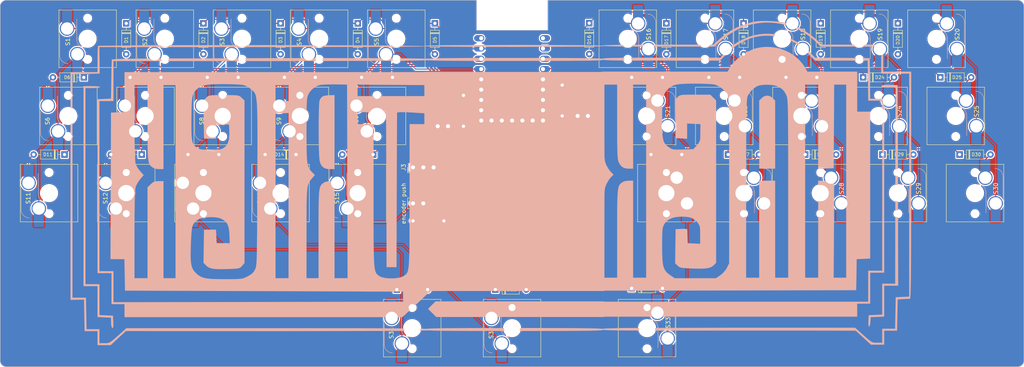
<source format=kicad_pcb>
(kicad_pcb (version 20221018) (generator pcbnew)
  (layers (0 "F.Cu" signal) (31 "B.Cu" signal) (34 "B.Paste" user) (35 "F.Paste" user) (36 "B.SilkS" user "B.Silkscreen") (37 "F.SilkS" user "F.Silkscreen") (38 "B.Mask" user) (39 "F.Mask" user) (44 "Edge.Cuts" user))
  (net 0 "")
  (net 1 "r1")
  (net 2 "Net-(D1-A)")
  (net 3 "Net-(D2-A)")
  (net 4 "Net-(D3-A)")
  (net 5 "Net-(D4-A)")
  (net 6 "Net-(D5-A)")
  (net 7 "r2")
  (net 8 "Net-(D6-A)")
  (net 9 "Net-(D7-A)")
  (net 10 "Net-(D8-A)")
  (net 11 "Net-(D9-A)")
  (net 12 "Net-(D10-A)")
  (net 13 "r3")
  (net 14 "Net-(D11-A)")
  (net 15 "Net-(D12-A)")
  (net 16 "Net-(D13-A)")
  (net 17 "Net-(D14-A)")
  (net 18 "Net-(D15-A)")
  (net 19 "Net-(D16-A)")
  (net 20 "Net-(D17-A)")
  (net 21 "Net-(D18-A)")
  (net 22 "Net-(D19-A)")
  (net 23 "Net-(D20-A)")
  (net 24 "Net-(D21-A)")
  (net 25 "Net-(D22-A)")
  (net 26 "Net-(D23-A)")
  (net 27 "Net-(D24-A)")
  (net 28 "Net-(D25-A)")
  (net 29 "Net-(D26-A)")
  (net 30 "Net-(D27-A)")
  (net 31 "Net-(D28-A)")
  (net 32 "Net-(D29-A)")
  (net 33 "Net-(D30-A)")
  (net 34 "r4")
  (net 35 "Net-(D31-A)")
  (net 36 "Net-(D32-A)")
  (net 37 "Net-(D33-A)")
  (net 38 "c6")
  (net 39 "c7")
  (net 40 "c8")
  (net 41 "c9")
  (net 42 "c10")
  (net 43 "c1")
  (net 44 "c2")
  (net 45 "c3")
  (net 46 "c4")
  (net 47 "c5")
  (net 51 "gnd")
  (net 53 "Net-(U1-14)")
  (net 54 "Net-(U1-7)")
  (net 55 "Net-(J1-Pin_1)")
  (net 56 "Net-(J2-Pin_1)")
  (net 57 "Net-(D34-A)")
  (net 58 "Net-(J3-Pin_1)")
  (net 59 "Net-(J3-Pin_3)")
  (footprint "ScottoKeebs_Components:Diode_DO-35" (layer "F.Cu") (at 56.1975 66.675 180)
    (fp_text reference "D12" hide)
    (fp_text value "Diode" hide)
  )
  (footprint "ScottoKeebs_Hotswap:Hotswap_MX_Plated_1.00u" (layer "F.Cu") (at 200.025 57.15 -90)
    (fp_text reference "S22")
    (fp_text value "Keyswitch")
  )
  (footprint "ScottoKeebs_Components:Diode_DO-35" (layer "F.Cu") (at 242.8875 34.29 -90)
    (fp_text reference "D20" hide)
    (fp_text value "Diode" hide)
  )
  (footprint "Resistor_THT:R_Axial_DIN0207_L6.3mm_D2.5mm_P7.62mm_Horizontal" (layer "F.Cu") (at 135.636 59.69 90)
    (fp_text reference "R1" hide)
    (fp_text value "220" hide)
  )
  (footprint "ScottoKeebs_Hotswap:Hotswap_MX_Plated_1.00u" (layer "F.Cu") (at 185.7375 76.2 -90)
    (fp_text reference "S26")
    (fp_text value "Keyswitch")
  )
  (footprint "ScottoKeebs_Hotswap:Hotswap_MX_Plated_1.00u" (layer "F.Cu") (at 180.975 57.15 -90)
    (fp_text reference "S21")
    (fp_text value "Keyswitch")
  )
  (footprint "ScottoKeebs_Hotswap:Hotswap_MX_Plated_1.00u" (layer "F.Cu") (at 195.2625 38.1 -90)
    (fp_text reference "S17")
    (fp_text value "Keyswitch")
  )
  (footprint "ScottoKeebs_Components:Diode_DO-35" (layer "F.Cu") (at 239.0775 66.675)
    (fp_text reference "D29" hide)
    (fp_text value "Diode" hide)
  )
  (footprint "ScottoKeebs_Components:Diode_DO-35" (layer "F.Cu") (at 94.2975 66.675 180)
    (fp_text reference "D14" hide)
    (fp_text value "Diode" hide)
  )
  (footprint "ScottoKeebs_Hotswap:Hotswap_MX_Plated_1.00u" (layer "F.Cu") (at 114.3 57.15 90)
    (fp_text reference "S10")
    (fp_text value "Keyswitch")
  )
  (footprint "ScottoKeebs_Components:Diode_DO-35" (layer "F.Cu") (at 253.365 47.625)
    (fp_text reference "D25" hide)
    (fp_text value "Diode" hide)
  )
  (footprint "ScottoKeebs_Hotswap:Hotswap_MX_Plated_1.00u" (layer "F.Cu") (at 109.5375 76.2 90)
    (fp_text reference "S15")
    (fp_text value "Keyswitch")
  )
  (footprint "Connector_PinHeader_2.54mm:PinHeader_1x03_P2.54mm_Vertical" (layer "F.Cu") (at 123.19 69.85 90)
    (fp_text reference "J3")
    (fp_text value "Encoder")
  )
  (footprint "ScottoKeebs_Hotswap:Hotswap_MX_Plated_1.00u" (layer "F.Cu") (at 257.175 57.15 -90)
    (fp_text reference "S25")
    (fp_text value "Keyswitch")
  )
  (footprint "ScottoKeebs_Hotswap:Hotswap_MX_Plated_1.00u" (layer "F.Cu") (at 76.2 57.15 90)
    (fp_text reference "S8")
    (fp_text value "Keyswitch")
  )
  (footprint "ScottoKeebs_Hotswap:Hotswap_MX_Plated_1.00u" (layer "F.Cu") (at 122.9875 109.5375 90)
    (fp_text reference "S31")
    (fp_text value "Keyswitch")
  )
  (footprint "ScottoKeebs_Components:Diode_DO-35" (layer "F.Cu") (at 113.3475 66.675 180)
    (fp_text reference "D15" hide)
    (fp_text value "Diode" hide)
  )
  (footprint "ScottoKeebs_Components:Diode_DO-35" (layer "F.Cu") (at 166.6875 34.2425 -90)
    (fp_text reference "D16" hide)
    (fp_text value "Diode" hide)
  )
  (footprint "ScottoKeebs_Hotswap:Hotswap_MX_Plated_1.00u" (layer "F.Cu") (at 180.97 109.5375 -90)
    (fp_text reference "S33")
    (fp_text value "Keyswitch")
  )
  (footprint "ScottoKeebs_Components:Diode_DO-35" (layer "F.Cu") (at 143.51 100.0125)
    (fp_text reference "D32" hide)
    (fp_text value "Diode" hide)
  )
  (footprint "ScottoKeebs_Components:Diode_DO-35" (layer "F.Cu") (at 90.4875 34.29 -90)
    (fp_text reference "D3" hide)
    (fp_text value "Diode" hide)
  )
  (footprint "ScottoKeebs_Components:Diode_DO-35" (layer "F.Cu") (at 185.7375 34.29 -90)
    (fp_text reference "D17" hide)
    (fp_text value "Diode" hide)
  )
  (footprint "ScottoKeebs_Components:Diode_DO-35" (layer "F.Cu") (at 220.0275 66.675)
    (fp_text reference "D28" hide)
    (fp_text value "Diode" hide)
  )
  (footprint "ScottoKeebs_Hotswap:Hotswap_MX_Plated_1.00u" (layer "F.Cu") (at 90.4875 76.2 90)
    (fp_text reference "S14")
    (fp_text value "Keyswitch")
  )
  (footprint "ScottoKeebs_Components:Diode_DO-35" (layer "F.Cu") (at 200.9775 66.675)
    (fp_text reference "D27" hide)
    (fp_text value "Diode" hide)
  )
  (footprint "ScottoKeebs_Hotswap:Hotswap_MX_Plated_1.00u" (layer "F.Cu") (at 261.9375 76.2 -90)
    (fp_text reference "S30")
    (fp_text value "Keyswitch")
  )
  (footprint "ScottoKeebs_Hotswap:Hotswap_MX_Plated_1.00u" (layer "F.Cu") (at 238.125 57.15 -90)
    (fp_text reference "S24")
    (fp_text value "Keyswitch")
  )
  (footprint "ScottoKeebs_Components:Diode_DO-35" (layer "F.Cu") (at 109.5375 34.29 -90)
    (fp_text reference "D4" hide)
    (fp_text value "Diode" hide)
  )
  (footprint "ScottoKeebs_Components:Diode_DO-35" (layer "F.Cu") (at 37.1475 66.675 180)
    (fp_text reference "D11" hide)
    (fp_text value "Diode" hide)
  )
  (footprint "ScottoKeebs_Components:Diode_DO-35" (layer "F.Cu") (at 181.9275 66.675)
    (fp_text reference "D26" hide)
    (fp_text value "Diode" hide)
  )
  (footprint "ScottoKeebs_Hotswap:Hotswap_MX_Plated_1.00u" (layer "F.Cu") (at 42.8625 38.1 90)
    (fp_text reference "S1")
    (fp_text value "Keyswitch")
  )
  (footprint "ScottoKeebs_Hotswap:Hotswap_MX_Plated_1.00u" (layer "F.Cu") (at 219.075 57.15 -90)
    (fp_text reference "S23")
    (fp_text value "Keyswitch")
  )
  (footprint "ScottoKeebs_MCU:RP2040_Zero" (layer "F.Cu") (at 147.65 48.12)
    (fp_text reference "U1" hide)
    (fp_text value "RP2040_Zero" hide)
  )
  (footprint "ScottoKeebs_Components:Diode_DO-35" (layer "F.Cu") (at 177.165 47.625)
    (fp_text reference "D21" hide)
    (fp_text value "Diode" hide)
  )
  (footprint "Connector_PinHeader_2.54mm:PinHeader_1x02_P2.54mm_Vertical" (layer "F.Cu") (at 163.83 57.15 90)
    (fp_text reference "J1" hide)
    (fp_text value "LED1")
  )
  (footprint "ScottoKeebs_Hotswap:Hotswap_MX_Plated_1.00u" (layer "F.Cu") (at 233.3625 38.1 -90)
    (fp_text reference "S19")
    (fp_text value "Keyswitch")
  )
  (footprint "ScottoKeebs_Hotswap:Hotswap_MX_Plated_1.00u" (layer "F.Cu") (at 71.4375 76.2 90)
    (fp_text reference "S13")
    (fp_text value "Keyswitch")
  )
  (footprint "ScottoKeebs_Components:Diode_DO-35" (layer "F.Cu") (at 130.81 83.058 180)
    (fp_text reference "D34" hide)
    (fp_text value "Diode" hide)
  )
  (footprint "ScottoKeebs_Hotswap:Hotswap_MX_Plated_1.00u" (layer "F.Cu") (at 100.0125 38.1 90)
    (fp_text reference "S4")
    (fp_text value "Keyswitch")
  )
  (footprint "ScottoKeebs_Hotswap:Hotswap_MX_Plated_1.00u" (layer "F.Cu") (at 252.4125 38.1 -90)
    (fp_text reference "S20")
    (fp_text value "Keyswitch")
  )
  (footprint "ScottoKeebs_Components:Diode_DO-35" (layer "F.Cu") (at 75.2475 66.675 180)
    (fp_text reference "D13" hide)
    (fp_text value "Diode" hide)
  )
  (footprint "ScottoKeebs_Hotswap:Hotswap_MX_Plated_1.00u" (layer "F.Cu") (at 176.2125 38.1 -90)
    (fp_text reference "S16")
    (fp_text value "Keyswitch")
  )
  (footprint "Connector_PinHeader_2.54mm:PinHeader_1x02_P2.54mm_Vertical" (layer "F.Cu") (at 131.826 59.69 -90)
    (fp_text reference "J2" hide)
    (fp_text value "LED2")
  )
  (footprint "ScottoKeebs_Components:Diode_DO-35" (layer "F.Cu") (at 177.16 99.6875)
    (fp_text reference "D33" hide)
    (fp_text value "Diode" hide)
  )
  (footprint "ScottoKeebs_Components:Diode_DO-35" (layer "F.Cu") (at 196.215 47.625)
    (fp_text reference "D22" hide)
    (fp_text value "Diode" hide)
  )
  (footprint "ScottoKeebs_Hotswap:Hotswap_MX_Plated_1.00u" (layer "F.Cu") (at 57.15 57.15 90)
    (fp_text reference "S7")
    (fp_text value "Keyswitch")
  )
  (footprint "ScottoKeebs_Hotswap:Hotswap_MX_Plated_1.00u" (layer "F.Cu") (at 242.8875 76.2 -90)
    (fp_text reference "S29")
    (fp_text value "Keyswitch")
  )
  (footprint "ScottoKeebs_Components:Diode_DO-35" (layer "F.Cu") (at 223.8375 34.29 -90)
    (fp_text reference "D19" hide)
    (fp_text value "Diode" hide)
  )
  (footprint "ScottoKeebs_Hotswap:Hotswap_MX_Plated_1.00u" (layer "F.Cu") (at 38.1 57.15 90)
    (fp_text reference "S6")
    (fp_text value "Keyswitch")
  )
  (footprint "ScottoKeebs_Hotswap:Hotswap_MX_Plated_1.00u" (layer "F.Cu") (at 33.3375 76.2 90)
    (fp_text reference "S11")
    (fp_text value "Keyswitch")
  )
  (footprint "ScottoKeebs_Components:Diode_DO-35" (layer "F.Cu") (at 41.91 47.625 180)
    (fp_text reference "D6" hide)
    (fp_text value "Diode" hide)
  )
  (footprint "Resistor_THT:R_Axial_DIN0207_L6.3mm_D2.5mm_P7.62mm_Horizontal" (layer "F.Cu") (at 160.02 57.15 90)
    (fp_text reference "R2" hide)
    (fp_text value "220" hide)
  )
  (footprint "ScottoKeebs_Hotswap:Hotswap_MX_Plated_1.00u" (layer "F.Cu") (at 147.6375 109.5375 90)
    (fp_text reference "S32")
    (fp_text value "Keyswitch")
  )
  (footprint "ScottoKeebs_Hotswap:Hotswap_MX_Plated_1.00u" (layer "F.Cu") (at 214.3125 38.1 -90)
    (fp_text reference "S18")
    (fp_text value "Keyswitch")
  )
  (footprint "ScottoKeebs_Components:Diode_DO-35" (layer "F.Cu") (at 258.1275 66.675)
    (fp_text reference "D30" hide)
    (fp_text value "Diode" hide)
  )
  (footprint "ScottoKeebs_Hotswap:Hotswap_MX_Plated_1.00u" (layer "F.Cu") (at 223.8375 76.2 -90)
    (fp_text reference "S28")
    (fp_text value "Keyswitch")
  )
  (footprint "ScottoKeebs_Components:Diode_DO-35" (layer "F.Cu") (at 52.3875 34.29 -90)
    (fp_text reference "D1" hide)
    (fp_text value "Diode" hide)
  )
  (footprint "ScottoKeebs_Hotswap:Hotswap_MX_Plated_1.00u" (layer "F.Cu") (at 204.7875 76.2 -90)
    (fp_text reference "S27")
    (fp_text value "Keyswitch")
  )
  (footprint "ScottoKeebs_Components:Diode_DO-35" (layer "F.Cu") (at 119.1775 100.0125)
    (fp_text reference "D31" hide)
    (fp_text value "Diode" hide)
  )
  (footprint "ScottoKeebs_Components:Diode_DO-35" (layer "F.Cu") (at 234.315 47.625)
    (fp_text reference "D24" hide)
    (fp_text value "Diode" hide)
  )
  (footprint "ScottoKeebs_Hotswap:Hotswap_MX_Plated_1.00u" (layer "F.Cu") (at 80.9625 38.1 90)
    (fp_text reference "S3")
    (fp_text value "Keyswitch")
  )
  (footprint "ScottoKeebs_Components:Diode_DO-35" (layer "F.Cu") (at 99.06 47.625 180)
    (fp_text reference "D9" hide)
    (fp_text value "Diode" hide)
  )
  (footprint "ScottoKeebs_Hotswap:Hotswap_MX_Plated_1.00u" (layer "F.Cu") (at 61.9125 38.1 90)
    (fp_text reference "S2")
    (fp_text value "Keyswitch")
  )
  (footprint "ScottoKeebs_Components:Diode_DO-35" (layer "F.Cu") (at 128.5875 34.29 -90)
    (fp_text reference "D5" hide)
    (fp_text value "Diode" hide)
  )
  (footprint "ScottoKeebs_Components:Diode_DO-35" (layer "F.Cu") (at 80.01 47.625 180)
    (fp_text reference "D8" hide)
    (fp_text value "Diode" hide)
  )
  (footprint "ScottoKeebs_Components:Diode_DO-35" (layer "F.Cu") (at 118.11 47.625 180)
    (fp_text reference "D10" hide)
    (fp_text value "Diode" hide)
  )
  (footprint "ScottoKeebs_Components:Diode_DO-35" (layer "F.Cu") (at 60.96 47.625 180)
    (fp_text reference "D7" hide)
    (fp_text value "Diode" hide)
  )
  (footprint "ScottoKeebs_Components:Diode_DO-35" (layer "F.Cu") (at 71.4375 34.29 -90)
    (fp_text reference "D2" hide)
    (fp_text value "Diode" hide)
  )
  (footprint "ScottoKeebs_Components:Diode_DO-35" (layer "F.Cu") (at 204.7875 34.29 -90)
    (fp_text reference "D18" hide)
    (fp_text value "Diode" hide)
  )
  (footprint "Connector_PinHeader_2.54mm:PinHeader_1x02_P2.54mm_Vertical" (layer "F.Cu") (at 125.73 78.74 -90)
    (fp_text reference "J4")
    (fp_text value "encoder push")
  )
  (footprint "ScottoKeebs_Components:Diode_DO-35" (layer "F.Cu") (at 215.265 47.625)
    (fp_text reference "D23" hide)
    (fp_text value "Diode" hide)
  )
  (footprint "ScottoKeebs_Hotswap:Hotswap_MX_Plated_1.00u" (layer "F.Cu") (at 95.25 57.15 90)
    (fp_text reference "S9")
    (fp_text value "Keyswitch")
  )
  (footprint "ScottoKeebs_Hotswap:Hotswap_MX_Plated_1.00u" (layer "F.Cu") (at 119.0625 38.1 90)
    (fp_text reference "S5")
    (fp_text value "Keyswitch")
  )
  (footprint "ScottoKeebs_Hotswap:Hotswap_MX_Plated_1.00u" (layer "F.Cu") (at 52.3875 76.2 90)
    (fp_text reference "S12")
    (fp_text value "Keyswitch")
  )
  (gr_poly (pts (xy 114.735629 39.737231) (xy 127.519248 39.905077) (xy 124.942924 40.016586) (xy 117.243276 40.09337) (xy 86.649949 40.152021) (xy 45.755946 40.152021) (xy 45.805336 43.411683) (xy 45.83003 46.69605) (xy 42.471586 46.77013) (xy 39.113141 46.844217) (xy 39.113141 102.011604) (xy 42.446891 102.011604) (xy 42.520974 105.888638) (xy 42.595058 109.790356) (xy 45.780641 109.790356) (xy 45.780641 113.247578) (xy 47.040059 113.247578) (xy 47.250582 113.246312) (xy 47.440523 113.240922) (xy 47.614186 113.229021) (xy 47.775875 113.208222) (xy 47.929896 113.176136) (xy 48.080553 113.130377) (xy 48.23215 113.068557) (xy 48.388992 112.988288) (xy 48.555384 112.887183) (xy 48.73563 112.762855) (xy 48.934036 112.612915) (xy 49.154905 112.434978) (xy 49.402543 112.226654) (xy 49.681254 111.985557) (xy 50.349113 111.395493) (xy 52.423448 109.543408) (xy 89.983697 109.543408) (xy 109.944141 109.552669) (xy 116.543007 109.569454) (xy 121.280819 109.598973) (xy 123.043981 109.619592) (xy 124.452461 109.644696) (xy 125.543122 109.67472) (xy 126.352823 109.710098) (xy 126.918425 109.751263) (xy 127.276789 109.79865) (xy 127.389776 109.824812) (xy 127.464777 109.852693) (xy 127.506398 109.882345) (xy 127.519248 109.913825) (xy 127.276693 110.021911) (xy 126.352051 110.107136) (xy 121.274645 110.219419) (xy 89.934307 110.284242) (xy 52.324668 110.259547) (xy 50.423197 111.988158) (xy 48.54642 113.741464) (xy 45.286751 113.741464) (xy 45.286751 110.284242) (xy 42.101169 110.284242) (xy 42.027085 106.382524) (xy 41.953002 102.505495) (xy 40.298474 102.53019) (xy 38.619252 102.554885) (xy 38.619252 46.325632) (xy 45.286751 46.325632) (xy 45.286751 43.164739) (xy 45.290128 42.521142) (xy 45.29987 41.914586) (xy 45.315401 41.358962) (xy 45.33614 40.86816) (xy 45.36151 40.456071) (xy 45.375751 40.283885) (xy 45.390932 40.136586) (xy 45.406981 40.01591) (xy 45.423826 39.923595) (xy 45.441394 39.861376) (xy 45.450427 39.842095) (xy 45.459614 39.830989) (xy 58.396029 39.679352) (xy 86.591295 39.655044)) (fill solid) (layer "B.SilkS"))
  (gr_poly (pts (xy 44.196 49.784) (xy 44.42399 49.787388) (xy 44.636931 49.792947) (xy 44.834535 49.800603) (xy 45.016512 49.810286) (xy 45.182572 49.821922) (xy 45.332427 49.835438) (xy 45.465786 49.850764) (xy 45.582362 49.867826) (xy 45.681863 49.886551) (xy 45.764001 49.906869) (xy 45.798468 49.917602) (xy 45.828486 49.928705) (xy 45.854018 49.940171) (xy 45.875029 49.951989) (xy 45.891482 49.964151) (xy 45.903341 49.976648) (xy 45.91057 49.98947) (xy 45.913132 50.002608) (xy 45.910992 50.016054) (xy 45.904113 50.029799) (xy 45.881408 50.05292) (xy 45.841701 50.07586) (xy 45.785934 50.098438) (xy 45.715046 50.120474) (xy 45.629978 50.141786) (xy 45.531671 50.162194) (xy 45.299099 50.199573) (xy 45.024856 50.231165) (xy 44.716465 50.255521) (xy 44.38145 50.271196) (xy 44.027335 50.276743) (xy 42.323419 50.276743) (xy 42.323419 98.677856) (xy 45.780641 98.677856) (xy 45.780641 106.308439) (xy 47.459863 106.382524) (xy 49.11439 106.456603) (xy 49.188475 108.03705) (xy 49.19656 108.241425) (xy 49.202221 108.428834) (xy 49.20535 108.599676) (xy 49.205838 108.754348) (xy 49.203577 108.893248) (xy 49.201382 108.956908) (xy 49.198459 109.016774) (xy 49.194794 109.072897) (xy 49.190374 109.125325) (xy 49.185185 109.174109) (xy 49.179214 109.219298) (xy 49.172448 109.260942) (xy 49.164871 109.29909) (xy 49.156472 109.333793) (xy 49.147237 109.3651) (xy 49.137151 109.393062) (xy 49.126202 109.417726) (xy 49.114375 109.439145) (xy 49.101658 109.457366) (xy 49.088037 109.47244) (xy 49.073497 109.484417) (xy 49.058026 109.493346) (xy 49.04161 109.499278) (xy 49.024235 109.502261) (xy 49.005889 109.502345) (xy 48.986556 109.499581) (xy 48.966224 109.494018) (xy 48.950095 109.48795) (xy 48.934132 109.479043) (xy 48.9028 109.452926) (xy 48.872409 109.416102) (xy 48.843138 109.369005) (xy 48.81517 109.312068) (xy 48.788685 109.245726) (xy 48.763864 109.170413) (xy 48.740887 109.086562) (xy 48.719937 108.994609) (xy 48.701193 108.894987) (xy 48.684836 108.78813) (xy 48.671048 108.674473) (xy 48.660009 108.554449) (xy 48.6519 108.428493) (xy 48.646902 108.297038) (xy 48.645195 108.160519) (xy 48.620502 106.950494) (xy 46.965974 106.876415) (xy 45.286751 106.802325) (xy 45.286751 99.171742) (xy 41.829529 99.171742) (xy 41.829529 49.782854) (xy 43.953252 49.782854)) (fill solid) (layer "B.SilkS"))
  (gr_poly (pts (xy 154.786356 109.504968) (xy 159.943105 109.514952) (xy 163.846804 109.534776) (xy 165.381121 109.549192) (xy 166.665009 109.567044) (xy 167.719412 109.588658) (xy 168.565275 109.614359) (xy 169.223542 109.644474) (xy 169.715158 109.679327) (xy 170.061068 109.719244) (xy 170.185927 109.741203) (xy 170.282214 109.764551) (xy 170.352547 109.789327) (xy 170.399543 109.815573) (xy 170.425821 109.843329) (xy 170.433998 109.872636) (xy 170.399543 109.929699) (xy 170.282214 109.980722) (xy 169.715158 110.065947) (xy 168.565275 110.130914) (xy 166.665009 110.178229) (xy 159.943105 110.230319) (xy 148.209001 110.243053) (xy 141.631646 110.240303) (xy 136.474896 110.230319) (xy 132.571197 110.210496) (xy 131.03688 110.196081) (xy 129.752992 110.178229) (xy 128.698588 110.156616) (xy 127.852725 110.130914) (xy 127.194458 110.1008) (xy 126.702842 110.065947) (xy 126.356933 110.026029) (xy 126.232073 110.00407) (xy 126.135786 109.980722) (xy 126.065454 109.955945) (xy 126.018458 109.929699) (xy 125.99218 109.901943) (xy 125.984002 109.872636) (xy 126.018458 109.815573) (xy 126.135786 109.764551) (xy 126.702842 109.679327) (xy 127.852725 109.614359) (xy 129.752992 109.567044) (xy 136.474896 109.514952) (xy 148.209001 109.502219)) (fill solid) (layer "B.SilkS"))
  (gr_poly (pts (xy 109.235715 42.867252) (xy 116.147506 42.883603) (xy 121.089433 42.914713) (xy 122.921084 42.936616) (xy 124.379533 42.963186) (xy 125.504535 42.994747) (xy 126.335844 43.031626) (xy 126.913215 43.074148) (xy 127.276403 43.122639) (xy 127.390102 43.149224) (xy 127.465162 43.177423) (xy 127.506555 43.207278) (xy 127.519248 43.238828) (xy 127.276692 43.346913) (xy 126.338159 43.432137) (xy 121.107954 43.54442) (xy 88.37856 43.609243) (xy 49.237863 43.609243) (xy 49.237863 53.487022) (xy 45.780641 53.487022) (xy 45.780641 95.467577) (xy 49.237863 95.467577) (xy 49.237863 103.122855) (xy 84.995417 103.073465) (xy 120.728278 102.999381) (xy 120.728278 100.529936) (xy 86.403001 100.406467) (xy 52.077724 100.282993) (xy 52.003642 96.381275) (xy 51.929558 92.504246) (xy 48.497029 92.504246) (xy 48.54642 74.403215) (xy 48.620502 56.326881) (xy 50.299725 56.252794) (xy 51.954253 56.178715) (xy 51.954253 49.53591) (xy 54.423698 49.53591) (xy 54.423698 58.722239) (xy 54.42828 60.778921) (xy 54.441832 62.641712) (xy 54.464067 64.294987) (xy 54.494694 65.723117) (xy 54.533423 66.910476) (xy 54.579966 67.841438) (xy 54.634033 68.500375) (xy 54.663798 68.72295) (xy 54.695335 68.87166) (xy 54.727084 68.972777) (xy 54.766429 69.080984) (xy 54.812864 69.195268) (xy 54.865883 69.314616) (xy 54.924978 69.438016) (xy 54.989645 69.564455) (xy 55.059375 69.692919) (xy 55.133663 69.822396) (xy 55.212003 69.951873) (xy 55.293888 70.080337) (xy 55.378811 70.206775) (xy 55.466267 70.330175) (xy 55.555748 70.449524) (xy 55.646748 70.563808) (xy 55.738762 70.672015) (xy 55.831281 70.773132) (xy 56.695587 71.760912) (xy 55.855976 72.748689) (xy 55.767525 72.854158) (xy 55.678532 72.966211) (xy 55.589612 73.083907) (xy 55.501378 73.206306) (xy 55.414447 73.332467) (xy 55.329433 73.461449) (xy 55.246951 73.592313) (xy 55.167617 73.724117) (xy 55.092044 73.855921) (xy 55.020849 73.986785) (xy 54.954645 74.115767) (xy 54.894049 74.241929) (xy 54.839674 74.364328) (xy 54.792136 74.482024) (xy 54.75205 74.594078) (xy 54.72003 74.699548) (xy 54.650577 75.08101) (xy 54.590384 75.750991) (xy 54.49778 77.999343) (xy 54.442218 81.530263) (xy 54.423698 86.42941) (xy 54.423698 97.196188) (xy 57.633974 97.196188) (xy 57.633974 74.773632) (xy 58.424198 74.008103) (xy 58.545409 73.893699) (xy 58.660001 73.79087) (xy 58.769455 73.699037) (xy 58.875257 73.617623) (xy 58.978888 73.546048) (xy 59.081832 73.483733) (xy 59.185571 73.4301) (xy 59.29159 73.38457) (xy 59.40137 73.346563) (xy 59.516396 73.315502) (xy 59.63815 73.290808) (xy 59.768116 73.271902) (xy 59.907776 73.258204) (xy 60.058613 73.249136) (xy 60.222112 73.24412) (xy 60.399754 73.242577) (xy 61.585084 73.242577) (xy 61.585084 97.196188) (xy 64.548418 97.196188) (xy 64.548418 91.27566) (xy 68.29005 91.27566) (xy 68.29503 91.92624) (xy 68.314769 92.508236) (xy 68.330557 92.775481) (xy 68.350496 93.027941) (xy 68.37474 93.266401) (xy 68.403442 93.491649) (xy 68.436756 93.704471) (xy 68.474836 93.905655) (xy 68.517836 94.095986) (xy 68.565909 94.276252) (xy 68.619209 94.44724) (xy 68.67789 94.609736) (xy 68.742105 94.764527) (xy 68.812009 94.912399) (xy 68.887755 95.054141) (xy 68.969496 95.190537) (xy 69.057387 95.322376) (xy 69.151582 95.450444) (xy 69.252233 95.575527) (xy 69.359495 95.698413) (xy 69.473521 95.819888) (xy 69.594466 95.940739) (xy 69.857725 96.183716) (xy 70.087584 96.372849) (xy 70.317949 96.542702) (xy 70.554535 96.694251) (xy 70.803059 96.828473) (xy 71.069236 96.946344) (xy 71.358781 97.048841) (xy 71.677409 97.136942) (xy 72.030836 97.211622) (xy 72.424778 97.273858) (xy 72.864949 97.324627) (xy 73.357065 97.364906) (xy 73.906842 97.395672) (xy 75.202239 97.432568) (xy 76.796864 97.443131) (xy 78.15882 97.440768) (xy 78.719521 97.436457) (xy 79.209974 97.428854) (xy 79.637629 97.417056) (xy 80.009939 97.400157) (xy 80.334355 97.377253) (xy 80.618329 97.347441) (xy 80.747479 97.329661) (xy 80.869313 97.309814) (xy 80.984762 97.287789) (xy 81.094758 97.26347) (xy 81.200233 97.236747) (xy 81.302117 97.207504) (xy 81.401342 97.17563) (xy 81.498841 97.141012) (xy 81.692381 97.063089) (xy 81.89019 96.972831) (xy 82.099718 96.869333) (xy 82.328419 96.751692) (xy 82.507653 96.659859) (xy 82.675347 96.569184) (xy 82.832117 96.479087) (xy 82.978577 96.388991) (xy 83.115343 96.298315) (xy 83.24303 96.206483) (xy 83.362252 96.112914) (xy 83.473624 96.017029) (xy 83.577762 95.918251) (xy 83.67528 95.816001) (xy 83.766793 95.709699) (xy 83.852916 95.598766) (xy 83.934264 95.482625) (xy 84.011453 95.360696) (xy 84.085096 95.232401) (xy 84.155809 95.09716) (xy 84.327126 94.72221) (xy 84.456771 94.16263) (xy 84.55169 93.182859) (xy 84.618828 91.547334) (xy 84.697542 85.366777) (xy 84.748474 73.736466) (xy 84.772783 66.299337) (xy 84.778427 63.314643) (xy 84.776256 60.768409) (xy 84.771427 59.64781) (xy 84.763668 58.622542) (xy 84.752653 57.687844) (xy 84.738057 56.838954) (xy 84.728693 56.450356) (xy 89.242863 56.450356) (xy 89.242863 97.196188) (xy 92.453142 97.196188) (xy 96.898141 97.196188) (xy 99.861472 97.196188) (xy 99.861472 86.330631) (xy 99.86398 82.46103) (xy 99.869936 80.88887) (xy 99.881536 79.534256) (xy 99.89004 78.932855) (xy 99.90066 78.379031) (xy 99.913631 77.870515) (xy 99.929189 77.405036) (xy 99.947568 76.980324) (xy 99.969004 76.59411) (xy 99.993732 76.244124) (xy 100.021986 75.928096) (xy 100.054003 75.643755) (xy 100.090017 75.388833) (xy 100.130263 75.161059) (xy 100.174976 74.958164) (xy 100.199082 74.865336) (xy 100.224393 74.777876) (xy 100.250938 74.695502) (xy 100.278746 74.617928) (xy 100.307849 74.544871) (xy 100.338273 74.476048) (xy 100.37005 74.411174) (xy 100.403208 74.349967) (xy 100.437777 74.292141) (xy 100.473786 74.237414) (xy 100.511264 74.185502) (xy 100.550241 74.136121) (xy 100.632811 74.043817) (xy 100.721728 73.958232) (xy 100.81723 73.877096) (xy 100.91955 73.79814) (xy 101.145587 73.637686) (xy 101.206207 73.596624) (xy 101.276342 73.556899) (xy 101.355085 73.518694) (xy 101.441534 73.482189) (xy 101.534783 73.447566) (xy 101.633929 73.415004) (xy 101.738066 73.384684) (xy 101.846292 73.356789) (xy 101.9577 73.331497) (xy 102.071388 73.308991) (xy 102.18645 73.289452) (xy 102.301982 73.273059) (xy 102.417081 73.259995) (xy 102.530841 73.250439) (xy 102.642358 73.244573) (xy 102.750729 73.242577) (xy 103.812585 73.242577) (xy 103.812585 97.196188) (xy 107.022864 97.196188) (xy 106.97348 73.291964) (xy 106.920383 56.178715) (xy 109.492309 56.178715) (xy 109.492309 59.166743) (xy 113.443417 59.166743) (xy 113.443417 76.823273) (xy 113.445201 83.177222) (xy 113.450742 85.735467) (xy 113.462324 87.923041) (xy 113.471069 88.887628) (xy 113.482153 89.771308) (xy 113.49585 90.578002) (xy 113.512436 91.31163) (xy 113.532188 91.976113) (xy 113.55538 92.57537) (xy 113.58229 93.113322) (xy 113.613192 93.593889) (xy 113.648362 94.020991) (xy 113.688077 94.39855) (xy 113.732612 94.730484) (xy 113.756774 94.880568) (xy 113.782243 95.020715) (xy 113.809056 95.151417) (xy 113.837246 95.273163) (xy 113.866848 95.386443) (xy 113.897897 95.491748) (xy 113.930426 95.589567) (xy 113.96447 95.68039) (xy 114.000065 95.764708) (xy 114.037243 95.84301) (xy 114.076041 95.915787) (xy 114.116492 95.983528) (xy 114.15863 96.046724) (xy 114.202491 96.105864) (xy 114.248108 96.161439) (xy 114.295517 96.213939) (xy 114.395845 96.311673) (xy 114.503752 96.402985) (xy 114.619513 96.491798) (xy 114.875701 96.677602) (xy 114.982692 96.744956) (xy 115.103955 96.808104) (xy 115.385601 96.921749) (xy 115.713259 97.018465) (xy 116.079552 97.09818) (xy 116.477098 97.16082) (xy 116.898519 97.206315) (xy 117.336435 97.23459) (xy 117.783467 97.245575) (xy 118.232235 97.239196) (xy 118.675361 97.215382) (xy 119.105464 97.17406) (xy 119.515166 97.115157) (xy 119.897086 97.038602) (xy 120.243846 96.944322) (xy 120.548067 96.832244) (xy 120.681918 96.769509) (xy 120.802368 96.702297) (xy 121.321915 96.370757) (xy 121.530539 96.179773) (xy 121.708344 95.929827) (xy 121.857788 95.589301) (xy 121.981332 95.126582) (xy 122.081436 94.510053) (xy 122.16056 93.708098) (xy 122.265704 91.42145) (xy 122.316443 88.013713) (xy 122.33342 76.823273) (xy 122.33342 59.166743) (xy 126.03759 59.166743) (xy 126.03759 56.49974) (xy 123.271813 56.326881) (xy 122.699981 56.293265) (xy 122.14204 56.266305) (xy 121.611881 56.24571) (xy 121.123393 56.231193) (xy 120.690468 56.222463) (xy 120.326996 56.219232) (xy 120.046868 56.22121) (xy 119.863975 56.228108) (xy 119.246615 56.326881) (xy 119.172531 75.390995) (xy 119.123141 94.4798) (xy 116.653696 94.4798) (xy 116.604312 75.390995) (xy 116.530227 56.326881) (xy 113.023616 56.252794) (xy 109.492309 56.178715) (xy 106.920383 56.178715) (xy 106.89939 49.412437) (xy 103.936059 49.363046) (xy 109.492309 49.363046) (xy 109.492309 52.2523) (xy 126.03759 52.2523) (xy 126.03759 49.53591) (xy 118.505781 49.486518) (xy 112.97114 49.449478) (xy 111.119443 49.430958) (xy 110.233143 49.412437) (xy 109.492309 49.363046) (xy 103.936059 49.363046) (xy 103.325112 49.358271) (xy 102.724872 49.361889) (xy 102.150679 49.37303) (xy 101.617867 49.390828) (xy 101.141776 49.414414) (xy 100.737742 49.442919) (xy 100.421102 49.475475) (xy 100.300348 49.493001) (xy 100.207194 49.511214) (xy 99.99028 49.57362) (xy 99.775284 49.649301) (xy 99.562964 49.737643) (xy 99.354081 49.838031) (xy 99.149394 49.949849) (xy 98.949662 50.072483) (xy 98.755646 50.205318) (xy 98.568105 50.347739) (xy 98.387799 50.49913) (xy 98.215487 50.658879) (xy 98.051928 50.826368) (xy 97.897883 51.000983) (xy 97.754112 51.18211) (xy 97.621373 51.369133) (xy 97.500427 51.561438) (xy 97.392032 51.75841) (xy 97.2361 52.098874) (xy 97.116919 52.491139) (xy 97.029572 53.019417) (xy 96.969138 53.767919) (xy 96.930697 54.820858) (xy 96.909331 56.262445) (xy 96.898141 60.648412) (xy 96.902916 63.50578) (xy 96.911652 64.680653) (xy 96.92708 65.704213) (xy 96.951045 66.589878) (xy 96.966805 66.985195) (xy 96.985392 67.351071) (xy 97.007035 67.689184) (xy 97.031966 68.001212) (xy 97.060414 68.288831) (xy 97.092611 68.55372) (xy 97.128787 68.797555) (xy 97.169172 69.022016) (xy 97.213998 69.228778) (xy 97.263495 69.41952) (xy 97.317893 69.59592) (xy 97.377424 69.759654) (xy 97.442317 69.9124) (xy 97.512804 70.055836) (xy 97.589114 70.191639) (xy 97.67148 70.321488) (xy 97.76013 70.447059) (xy 97.855296 70.57003) (xy 97.957208 70.692078) (xy 98.066098 70.814882) (xy 98.30573 71.069465) (xy 98.947785 71.736214) (xy 98.256335 72.551133) (xy 97.808025 73.100198) (xy 97.626645 73.36547) (xy 97.471129 73.651578) (xy 97.339488 73.97878) (xy 97.229731 74.367331) (xy 97.13987 74.837491) (xy 97.067915 75.409514) (xy 96.969765 76.940184) (xy 96.919363 79.121399) (xy 96.898141 86.083688) (xy 96.898141 97.196188) (xy 92.453142 97.196188) (xy 92.453142 56.450356) (xy 89.242863 56.450356) (xy 84.728693 56.450356) (xy 84.719555 56.07111) (xy 84.69682 55.379552) (xy 84.669527 54.759518) (xy 84.63735 54.206247) (xy 84.599965 53.714977) (xy 84.557045 53.280947) (xy 84.508265 52.899396) (xy 84.453299 52.565562) (xy 84.423395 52.415051) (xy 84.391822 52.274684) (xy 84.35854 52.143866) (xy 84.323509 52.022001) (xy 84.286686 51.908495) (xy 84.248032 51.802751) (xy 84.207507 51.704176) (xy 84.165068 51.612174) (xy 84.120676 51.526149) (xy 84.074291 51.445507) (xy 84.02587 51.369652) (xy 83.975374 51.297989) (xy 83.922762 51.229923) (xy 83.867993 51.16486) (xy 83.751821 51.041357) (xy 83.626534 50.922719) (xy 83.491805 50.804185) (xy 83.192722 50.548385) (xy 83.101131 50.473535) (xy 83.002885 50.397565) (xy 82.89885 50.321088) (xy 82.789896 50.244719) (xy 82.676891 50.169074) (xy 82.560702 50.094768) (xy 82.442198 50.022415) (xy 82.322247 49.95263) (xy 82.201718 49.886029) (xy 82.081477 49.823225) (xy 81.962394 49.764835) (xy 81.845337 49.711474) (xy 81.731173 49.663755) (xy 81.620771 49.622294) (xy 81.515 49.587706) (xy 81.414727 49.560606) (xy 81.290764 49.53591) (xy 89.242863 49.53591) (xy 89.242863 53.487022) (xy 92.453142 53.487022) (xy 92.453142 49.53591) (xy 89.242863 49.53591) (xy 81.290764 49.53591) (xy 81.142605 49.506394) (xy 80.728683 49.455654) (xy 80.193218 49.409544) (xy 79.556468 49.369223) (xy 78.83869 49.335847) (xy 78.060139 49.310574) (xy 77.241074 49.294561) (xy 76.401752 49.288966) (xy 75.61988 49.295791) (xy 74.910102 49.30768) (xy 74.267534 49.325646) (xy 73.687293 49.350703) (xy 73.164496 49.383861) (xy 72.694259 49.426136) (xy 72.271698 49.478539) (xy 72.07677 49.508855) (xy 71.89193 49.542083) (xy 71.716568 49.57835) (xy 71.550073 49.617782) (xy 71.391834 49.660506) (xy 71.241241 49.706648) (xy 71.097685 49.756335) (xy 70.960553 49.809694) (xy 70.829236 49.866851) (xy 70.703124 49.927932) (xy 70.581606 49.993066) (xy 70.464071 50.062377) (xy 70.34991 50.135993) (xy 70.238511 50.21404) (xy 70.129265 50.296645) (xy 70.02156 50.383934) (xy 69.808335 50.573073) (xy 69.602635 50.764757) (xy 69.419832 50.955934) (xy 69.258517 51.154201) (xy 69.117277 51.367155) (xy 68.994704 51.602391) (xy 68.889385 51.867507) (xy 68.79991 52.170098) (xy 68.724868 52.517762) (xy 68.662849 52.918094) (xy 68.612441 53.378692) (xy 68.572235 53.90715) (xy 68.540818 54.511067) (xy 68.498713 55.975661) (xy 68.474839 57.833244) (xy 68.467899 58.857008) (xy 68.466783 59.76679) (xy 68.473264 60.570728) (xy 68.489113 61.276961) (xy 68.501105 61.595982) (xy 68.516104 61.893628) (xy 68.534332 62.170919) (xy 68.55601 62.42887) (xy 68.581359 62.668499) (xy 68.610601 62.890823) (xy 68.643958 63.096861) (xy 68.681652 63.287628) (xy 68.723903 63.464144) (xy 68.770934 63.627424) (xy 68.822966 63.778487) (xy 68.88022 63.91835) (xy 68.942918 64.04803) (xy 69.011283 64.168544) (xy 69.085534 64.28091) (xy 69.165894 64.386146) (xy 69.252585 64.485268) (xy 69.345827 64.579294) (xy 69.445843 64.669242) (xy 69.552855 64.756129) (xy 69.667082 64.840971) (xy 69.788748 64.924788) (xy 69.918074 65.008595) (xy 70.055281 65.093411) (xy 70.169993 65.156279) (xy 70.300435 65.215231) (xy 70.604299 65.321352) (xy 70.958444 65.411701) (xy 71.354441 65.486206) (xy 71.783863 65.544795) (xy 72.238281 65.587395) (xy 72.709266 65.613934) (xy 73.18839 65.62434) (xy 73.667224 65.61854) (xy 74.137341 65.596462) (xy 74.590312 65.558033) (xy 75.017708 65.503182) (xy 75.4111 65.431836) (xy 75.762061 65.343922) (xy 76.062163 65.239368) (xy 76.190507 65.180829) (xy 76.302975 65.118103) (xy 76.512251 64.982012) (xy 76.705032 64.832719) (xy 76.881606 64.669751) (xy 77.042265 64.49264) (xy 77.187297 64.300915) (xy 77.316991 64.094105) (xy 77.431637 63.871741) (xy 77.531524 63.633351) (xy 77.616942 63.378467) (xy 77.688179 63.106617) (xy 77.745526 62.817332) (xy 77.789272 62.51014) (xy 77.819706 62.184573) (xy 77.837118 61.840159) (xy 77.841796 61.476428) (xy 77.83403 61.09291) (xy 77.759946 59.290215) (xy 74.599057 59.290215) (xy 74.574364 61.018826) (xy 74.54967 62.747437) (xy 71.586336 62.747437) (xy 71.512252 58.030798) (xy 71.462862 53.314158) (xy 72.104919 52.672101) (xy 72.333246 52.452023) (xy 72.440573 52.362982) (xy 72.551735 52.286639) (xy 72.673025 52.222015) (xy 72.810737 52.168135) (xy 72.971167 52.124022) (xy 73.160608 52.088698) (xy 73.385354 52.061189) (xy 73.651699 52.040516) (xy 74.334366 52.015773) (xy 75.25896 52.006657) (xy 76.475836 52.005355) (xy 77.700912 52.006657) (xy 78.20001 52.00975) (xy 78.63197 52.015773) (xy 78.824763 52.020189) (xy 79.003159 52.025703) (xy 79.167953 52.032438) (xy 79.319942 52.040516) (xy 79.459922 52.050059) (xy 79.588687 52.061189) (xy 79.707035 52.074028) (xy 79.815761 52.088698) (xy 79.91566 52.105322) (xy 80.007529 52.124022) (xy 80.092163 52.144919) (xy 80.170358 52.168135) (xy 80.24291 52.193793) (xy 80.310614 52.222015) (xy 80.374268 52.252923) (xy 80.434665 52.286639) (xy 80.492603 52.323284) (xy 80.548877 52.362982) (xy 80.604282 52.405854) (xy 80.659616 52.452023) (xy 80.715672 52.501609) (xy 80.773248 52.554737) (xy 80.896141 52.672101) (xy 81.587585 53.338853) (xy 81.587585 93.467323) (xy 80.99492 94.158773) (xy 80.790418 94.380106) (xy 80.6941 94.470823) (xy 80.595177 94.549639) (xy 80.48873 94.617603) (xy 80.36984 94.675764) (xy 80.233587 94.725171) (xy 80.07505 94.766873) (xy 79.889312 94.801919) (xy 79.671451 94.831358) (xy 79.416548 94.856239) (xy 79.119684 94.877611) (xy 78.380394 94.914025) (xy 77.414224 94.948991) (xy 76.765603 94.96451) (xy 76.178297 94.97359) (xy 75.648216 94.97558) (xy 75.171275 94.969828) (xy 74.743385 94.955685) (xy 74.360458 94.932498) (xy 74.184579 94.91731) (xy 74.018408 94.899616) (xy 73.861433 94.879337) (xy 73.713145 94.856389) (xy 73.573033 94.830693) (xy 73.440584 94.802166) (xy 73.315289 94.770726) (xy 73.196636 94.736294) (xy 73.084114 94.698786) (xy 72.977213 94.658123) (xy 72.875422 94.614222) (xy 72.778229 94.567002) (xy 72.685123 94.516382) (xy 72.595595 94.46228) (xy 72.509132 94.404615) (xy 72.425224 94.343305) (xy 72.343359 94.278269) (xy 72.263028 94.209426) (xy 72.104919 94.059993) (xy 71.462862 93.417939) (xy 71.512252 89.318657) (xy 71.586336 85.219385) (xy 74.54967 85.219385) (xy 74.623754 86.873912) (xy 74.697836 88.553133) (xy 77.932804 88.553133) (xy 77.858725 86.478794) (xy 77.836267 86.056505) (xy 77.805236 85.66793) (xy 77.764583 85.310898) (xy 77.74032 85.143532) (xy 77.713259 84.983239) (xy 77.683267 84.829745) (xy 77.650214 84.682782) (xy 77.613969 84.542076) (xy 77.5744 84.407357) (xy 77.531377 84.278354) (xy 77.484768 84.154794) (xy 77.434443 84.036407) (xy 77.380269 83.922922) (xy 77.322116 83.814067) (xy 77.259854 83.709571) (xy 77.193349 83.609163) (xy 77.122473 83.512571) (xy 77.047093 83.419523) (xy 76.967078 83.32975) (xy 76.882297 83.242979) (xy 76.792619 83.158939) (xy 76.697913 83.077359) (xy 76.598048 82.997967) (xy 76.492893 82.920492) (xy 76.382316 82.844664) (xy 76.266187 82.770209) (xy 76.144373 82.696859) (xy 75.883171 82.552382) (xy 75.762796 82.494427) (xy 75.629173 82.440931) (xy 75.325906 82.347206) (xy 74.980822 82.270988) (xy 74.601374 82.212061) (xy 74.195013 82.170208) (xy 73.76919 82.145212) (xy 73.331358 82.136856) (xy 72.888968 82.144922) (xy 72.449472 82.169194) (xy 72.020322 82.209455) (xy 71.608969 82.265488) (xy 71.222865 82.337075) (xy 70.869462 82.424) (xy 70.556212 82.526045) (xy 70.290566 82.642994) (xy 70.177923 82.70699) (xy 70.079976 82.77463) (xy 69.58739 83.154162) (xy 69.385065 83.334541) (xy 69.209111 83.518936) (xy 69.057321 83.715051) (xy 68.927489 83.93059) (xy 68.817407 84.17326) (xy 68.724869 84.450765) (xy 68.647668 84.770811) (xy 68.583599 85.141101) (xy 68.530454 85.569341) (xy 68.486027 86.063236) (xy 68.4145 87.278811) (xy 68.351365 88.849466) (xy 68.319448 89.743566) (xy 68.2986 90.5502) (xy 68.29005 91.27566) (xy 64.548418 91.27566) (xy 64.548418 49.53591) (xy 61.585084 49.53591) (xy 61.585084 70.279243) (xy 60.523226 70.279243) (xy 60.414856 70.277248) (xy 60.303339 70.271382) (xy 60.189579 70.261826) (xy 60.074481 70.248761) (xy 59.958949 70.232369) (xy 59.843887 70.212829) (xy 59.730199 70.190323) (xy 59.618791 70.165032) (xy 59.510566 70.137136) (xy 59.406428 70.106816) (xy 59.307283 70.074254) (xy 59.214033 70.03963) (xy 59.127585 70.003125) (xy 59.048841 69.964919) (xy 58.978707 69.925195) (xy 58.918086 69.884132) (xy 58.501319 69.568747) (xy 58.331912 69.394867) (xy 58.186127 69.189986) (xy 58.06219 68.938948) (xy 57.95833 68.626596) (xy 57.872774 68.237773) (xy 57.803749 67.757322) (xy 57.749482 67.170088) (xy 57.708202 66.460912) (xy 57.657511 64.616112) (xy 57.633974 58.796326) (xy 57.633974 49.53591) (xy 54.423698 49.53591) (xy 51.954253 49.53591) (xy 51.954253 46.325632) (xy 127.519248 46.325632) (xy 127.519248 100.307688) (xy 125.864727 101.91283) (xy 124.139202 103.533401) (xy 123.2012 104.402722) (xy 122.358115 105.172493) (xy 120.555425 106.82702) (xy 51.954253 106.82702) (xy 51.954253 103.616746) (xy 48.743975 103.616746) (xy 48.743975 95.961468) (xy 45.286751 95.961468) (xy 45.286751 53.017828) (xy 46.965974 52.943741) (xy 48.620502 52.869661) (xy 48.694586 48.177716) (xy 48.72121 46.32872) (xy 48.759409 44.776056) (xy 48.780679 44.160045) (xy 48.802239 43.677152) (xy 48.823219 43.347056) (xy 48.833221 43.245456) (xy 48.842753 43.189435) (xy 50.878501 43.059405) (xy 57.479634 42.964101) (xy 88.230391 42.86841) (xy 100.036023 42.863056)) (fill solid) (layer "B.SilkS"))
  (gr_poly (pts (xy 154.786356 42.829974) (xy 159.943105 42.839958) (xy 163.846804 42.85978) (xy 165.381121 42.874195) (xy 166.665009 42.892046) (xy 167.719412 42.91366) (xy 168.565275 42.939361) (xy 169.223542 42.969476) (xy 169.715158 43.004329) (xy 170.061068 43.044247) (xy 170.185927 43.066206) (xy 170.282214 43.089554) (xy 170.352547 43.114331) (xy 170.399543 43.140578) (xy 170.425821 43.168334) (xy 170.433998 43.197642) (xy 170.399543 43.254705) (xy 170.282214 43.305728) (xy 169.715158 43.390952) (xy 168.565275 43.455919) (xy 166.665009 43.503234) (xy 159.943105 43.555325) (xy 148.209001 43.568058) (xy 141.631646 43.565309) (xy 136.474896 43.555325) (xy 132.571197 43.535501) (xy 131.03688 43.521086) (xy 129.752992 43.503234) (xy 128.698588 43.481621) (xy 127.852725 43.455919) (xy 127.194458 43.425805) (xy 126.702842 43.390952) (xy 126.356933 43.351035) (xy 126.232073 43.329075) (xy 126.135786 43.305728) (xy 126.065454 43.280951) (xy 126.018458 43.254705) (xy 125.99218 43.226949) (xy 125.984002 43.197642) (xy 126.018458 43.140578) (xy 126.135786 43.089554) (xy 126.702842 43.004329) (xy 127.852725 42.939361) (xy 129.752992 42.892046) (xy 136.474896 42.839958) (xy 148.209001 42.827225)) (fill solid) (layer "B.SilkS"))
  (gr_poly (pts (xy 210.417841 33.696576) (xy 211.236279 33.717122) (xy 212.095575 33.754308) (xy 212.924811 33.820144) (xy 213.726337 33.915497) (xy 214.502506 34.041236) (xy 215.255669 34.198229) (xy 215.988176 34.387344) (xy 216.702379 34.609449) (xy 217.40063 34.865412) (xy 218.08528 35.156102) (xy 218.75868 35.482387) (xy 219.423181 35.845135) (xy 220.081135 36.245213) (xy 220.734892 36.683491) (xy 221.386805 37.160837) (xy 222.039224 37.678118) (xy 222.694501 38.236202) (xy 224.176169 39.545013) (xy 239.264472 39.545013) (xy 239.264472 46.212512) (xy 246.178916 46.212512) (xy 246.178916 74.240708) (xy 246.163868 88.007089) (xy 246.143757 92.888004) (xy 246.114095 96.601527) (xy 246.074016 99.273253) (xy 246.022651 101.028777) (xy 245.992464 101.602212) (xy 245.959131 101.993693) (xy 245.922542 102.218922) (xy 245.902993 102.274097) (xy 245.882589 102.293596) (xy 244.203362 102.36768) (xy 242.845168 102.441765) (xy 242.771089 106.294093) (xy 242.696999 110.171122) (xy 239.51142 110.171122) (xy 239.51142 113.628344) (xy 236.251757 113.628344) (xy 234.374977 111.899733) (xy 232.473502 110.171122) (xy 222.719196 110.146427) (xy 191.431334 110.146427) (xy 185.102418 110.144739) (xy 180.124365 110.137552) (xy 176.340906 110.121684) (xy 174.848315 110.1095) (xy 173.595772 110.093951) (xy 172.563742 110.074641) (xy 171.732692 110.05117) (xy 171.083088 110.023142) (xy 170.595397 109.990157) (xy 170.250084 109.95182) (xy 170.124716 109.930519) (xy 170.027617 109.90773) (xy 169.956346 109.883404) (xy 169.908462 109.857491) (xy 169.881521 109.829941) (xy 169.873084 109.800705) (xy 170.094128 109.69262) (xy 170.909865 109.607396) (xy 175.241039 109.495113) (xy 201.111556 109.430288) (xy 232.325339 109.430288) (xy 234.399672 111.282373) (xy 235.074715 111.879524) (xy 235.355735 112.1227) (xy 235.605066 112.332271) (xy 235.827195 112.510733) (xy 236.026607 112.660582) (xy 236.119196 112.725557) (xy 236.207787 112.784314) (xy 236.292943 112.837166) (xy 236.375222 112.884424) (xy 236.455187 112.926402) (xy 236.533397 112.96341) (xy 236.610413 112.99576) (xy 236.686796 113.023765) (xy 236.763107 113.047737) (xy 236.839906 113.067988) (xy 236.917755 113.084829) (xy 236.997213 113.098573) (xy 237.078841 113.109532) (xy 237.163201 113.118017) (xy 237.342356 113.128815) (xy 237.539163 113.133463) (xy 237.758109 113.134458) (xy 239.017529 113.134458) (xy 239.017529 109.677236) (xy 242.203108 109.677236) (xy 242.277198 105.800202) (xy 242.351277 101.898484) (xy 244.030504 101.824405) (xy 245.68503 101.750315) (xy 245.68503 46.706401) (xy 238.770586 46.706401) (xy 238.770586 40.038901) (xy 223.805752 40.038901) (xy 222.941449 39.1499) (xy 222.157189 38.394844) (xy 221.317258 37.695677) (xy 220.426757 37.053881) (xy 219.490785 36.470939) (xy 218.514444 35.948335) (xy 217.502833 35.487551) (xy 216.461054 35.090071) (xy 215.394207 34.757377) (xy 214.307392 34.490953) (xy 213.20571 34.292282) (xy 212.094261 34.162847) (xy 210.978145 34.104132) (xy 209.862464 34.117619) (xy 208.752317 34.204791) (xy 207.652806 34.367131) (xy 206.569029 34.606124) (xy 206.092715 34.737054) (xy 205.609564 34.888422) (xy 205.12142 35.059251) (xy 204.63013 35.248565) (xy 204.137537 35.455387) (xy 203.645487 35.67874) (xy 203.155825 35.917648) (xy 202.670394 36.171133) (xy 202.191041 36.43822) (xy 201.719609 36.717931) (xy 201.257945 37.00929) (xy 200.807892 37.31132) (xy 200.371296 37.623045) (xy 199.950001 37.943487) (xy 199.545852 38.271671) (xy 199.160694 38.606619) (xy 197.580252 40.038901) (xy 183.726668 40.038901) (xy 177.738651 40.024624) (xy 175.360605 40.006344) (xy 173.401303 39.98025) (xy 171.866823 39.946054) (xy 170.763242 39.903466) (xy 170.374937 39.878934) (xy 170.096636 39.852197) (xy 169.929099 39.823216) (xy 169.887103 39.807874) (xy 169.873084 39.791957) (xy 169.928526 39.760697) (xy 170.094369 39.731715) (xy 170.754367 39.680445) (xy 173.367348 39.603661) (xy 177.665725 39.559289) (xy 183.603195 39.545013) (xy 197.333307 39.545013) (xy 198.617419 38.384371) (xy 199.061846 37.991563) (xy 199.506997 37.618362) (xy 199.954174 37.264115) (xy 200.404679 36.928172) (xy 200.859813 36.609882) (xy 201.320881 36.308593) (xy 201.789183 36.023654) (xy 202.266022 35.754415) (xy 202.7527 35.500223) (xy 203.25052 35.260429) (xy 203.760783 35.034381) (xy 204.284792 34.821427) (xy 204.82385 34.620917) (xy 205.379258 34.4322) (xy 205.952319 34.254624) (xy 206.544335 34.087539) (xy 207.04676 33.962234) (xy 207.530955 33.862974) (xy 208.018043 33.788023) (xy 208.52915 33.735644) (xy 209.085402 33.704101) (xy 209.707924 33.691657)) (fill solid) (layer "B.SilkS"))
  (gr_poly (pts (xy 240.943699 49.472175) (xy 242.845168 49.546263) (xy 242.919258 74.290095) (xy 242.968642 99.058622) (xy 239.51142 99.058622) (xy 239.51142 106.689205) (xy 237.856894 106.763295) (xy 236.177667 106.837374) (xy 236.103588 107.998015) (xy 236.093199 108.121203) (xy 236.080676 108.240375) (xy 236.0662 108.354991) (xy 236.049952 108.464505) (xy 236.032112 108.568377) (xy 236.012861 108.666063) (xy 235.992381 108.757022) (xy 235.970851 108.840709) (xy 235.948454 108.916583) (xy 235.925369 108.984101) (xy 235.901778 109.04272) (xy 235.889849 109.068523) (xy 235.877861 109.091898) (xy 235.865837 109.112777) (xy 235.853799 109.131092) (xy 235.841771 109.146776) (xy 235.829774 109.15976) (xy 235.817831 109.169976) (xy 235.805966 109.177358) (xy 235.794199 109.181837) (xy 235.782555 109.183345) (xy 235.768884 109.18162) (xy 235.755655 109.17649) (xy 235.742879 109.168023) (xy 235.730564 109.156287) (xy 235.707354 109.123279) (xy 235.686096 109.078008) (xy 235.666864 109.021017) (xy 235.64973 108.952848) (xy 235.634767 108.874044) (xy 235.622045 108.785148) (xy 235.611639 108.686701) (xy 235.603621 108.579248) (xy 235.595035 108.33949) (xy 235.596867 108.070214) (xy 235.609697 107.775761) (xy 235.683781 106.343483) (xy 237.363008 106.269404) (xy 239.017529 106.195319) (xy 239.017529 98.564736) (xy 242.227808 98.564736) (xy 242.252503 74.734597) (xy 242.289545 57.775684) (xy 242.326582 50.484649) (xy 242.328113 50.423251) (xy 242.322627 50.368508) (xy 242.308894 50.320132) (xy 242.285683 50.277833) (xy 242.251764 50.241322) (xy 242.205909 50.210309) (xy 242.146886 50.184505) (xy 242.073466 50.163621) (xy 241.98442 50.147367) (xy 241.878516 50.135454) (xy 241.754526 50.127592) (xy 241.61122 50.123493) (xy 241.447367 50.122866) (xy 241.261737 50.125422) (xy 240.82023 50.138928) (xy 240.531372 50.146133) (xy 240.266533 50.149106) (xy 240.14303 50.148948) (xy 240.025424 50.147665) (xy 239.913678 50.145233) (xy 239.807755 50.14163) (xy 239.707621 50.136834) (xy 239.613238 50.130821) (xy 239.52457 50.123569) (xy 239.441582 50.115055) (xy 239.364237 50.105258) (xy 239.292498 50.094153) (xy 239.226331 50.081719) (xy 239.165698 50.067933) (xy 239.110563 50.052773) (xy 239.060891 50.036215) (xy 239.016645 50.018238) (xy 238.977788 49.998818) (xy 238.944286 49.977933) (xy 238.9161 49.95556) (xy 238.903991 49.943809) (xy 238.893197 49.931677) (xy 238.883714 49.919162) (xy 238.875538 49.906261) (xy 238.868664 49.892972) (xy 238.863088 49.87929) (xy 238.858806 49.865214) (xy 238.855812 49.850741) (xy 238.854102 49.835867) (xy 238.853671 49.820591) (xy 238.854516 49.804908) (xy 238.856632 49.788817) (xy 238.864657 49.755398) (xy 238.877709 49.72031) (xy 238.895754 49.683531) (xy 238.918755 49.645038) (xy 238.942309 49.622207) (xy 238.984493 49.600135) (xy 239.044257 49.579004) (xy 239.120553 49.558994) (xy 239.212331 49.540287) (xy 239.318543 49.523062) (xy 239.570069 49.493786) (xy 239.86674 49.472612) (xy 240.200164 49.460987) (xy 240.561948 49.460359)) (fill solid) (layer "B.SilkS"))
  (gr_poly (pts (xy 103.812585 70.279243) (xy 102.627255 70.279243) (xy 102.370537 70.271689) (xy 102.247548 70.262213) (xy 102.128109 70.248906) (xy 102.012196 70.231747) (xy 101.899788 70.210713) (xy 101.790861 70.185781) (xy 101.685394 70.156929) (xy 101.583363 70.124133) (xy 101.484745 70.087373) (xy 101.38952 70.046624) (xy 101.297662 70.001865) (xy 101.209151 69.953072) (xy 101.123963 69.900223) (xy 101.042076 69.843296) (xy 100.963468 69.782267) (xy 100.888115 69.717115) (xy 100.815994 69.647816) (xy 100.747085 69.574349) (xy 100.681363 69.496689) (xy 100.618806 69.414816) (xy 100.559392 69.328706) (xy 100.503097 69.238336) (xy 100.4499 69.143684) (xy 100.399778 69.044728) (xy 100.352708 68.941444) (xy 100.308667 68.833811) (xy 100.267633 68.721805) (xy 100.229584 68.605404) (xy 100.194496 68.484586) (xy 100.133115 68.229605) (xy 100.076678 67.852937) (xy 100.02773 67.245445) (xy 99.952151 65.472702) (xy 99.90609 63.180796) (xy 99.889258 60.639149) (xy 99.901364 58.11718) (xy 99.942119 55.88431) (xy 100.011234 54.209959) (xy 100.056336 53.666422) (xy 100.10842 53.363548) (xy 100.138734 53.279999) (xy 100.173823 53.196377) (xy 100.213252 53.11319) (xy 100.256588 53.030943) (xy 100.303397 52.950143) (xy 100.353244 52.871297) (xy 100.405696 52.79491) (xy 100.460318 52.72149) (xy 100.516676 52.651543) (xy 100.574337 52.585574) (xy 100.632866 52.524091) (xy 100.691829 52.4676) (xy 100.750791 52.416607) (xy 100.80932 52.37162) (xy 100.86698 52.333143) (xy 100.895349 52.316505) (xy 100.923339 52.301684) (xy 100.984261 52.274217) (xy 101.055348 52.247474) (xy 101.135767 52.221598) (xy 101.224688 52.196736) (xy 101.424703 52.150627) (xy 101.648738 52.110307) (xy 101.890136 52.076931) (xy 102.142241 52.051658) (xy 102.398398 52.035645) (xy 102.65195 52.03005) (xy 103.812585 52.005355)) (fill solid) (layer "B.SilkS"))
  (gr_poly (pts (xy 210.707422 52.141772) (xy 210.796795 52.149501) (xy 210.886747 52.162294) (xy 210.976988 52.180079) (xy 211.067229 52.202784) (xy 211.157181 52.230336) (xy 211.246553 52.262663) (xy 211.335058 52.299693) (xy 211.422405 52.341352) (xy 211.508305 52.38757) (xy 211.592468 52.438273) (xy 211.674606 52.49339) (xy 211.754429 52.552847) (xy 211.831647 52.616573) (xy 211.905972 52.684495) (xy 211.977113 52.756541) (xy 212.594473 53.349205) (xy 212.594473 70.166123) (xy 208.643363 70.166123) (xy 208.643363 53.349205) (xy 209.260722 52.756541) (xy 209.331864 52.684495) (xy 209.406188 52.616573) (xy 209.483407 52.552847) (xy 209.56323 52.49339) (xy 209.645368 52.438273) (xy 209.729532 52.38757) (xy 209.815432 52.341352) (xy 209.902779 52.299693) (xy 209.991284 52.262663) (xy 210.080656 52.230336) (xy 210.170608 52.202784) (xy 210.260849 52.180079) (xy 210.351089 52.162294) (xy 210.44104 52.149501) (xy 210.530413 52.141772) (xy 210.618916 52.13918)) (fill solid) (layer "B.SilkS"))
  (gr_poly (pts (xy 170.366973 106.7139) (xy 170.366973 103.009735) (xy 128.765265 103.009735) (xy 127 104.775) (xy 128.9389 106.7139)) (stroke (width 0.15)) (fill solid) (layer "B.SilkS"))
  (gr_poly (pts (xy 170.433998 100.365278) (xy 125.984002 100.365278) (xy 125.984002 46.284447) (xy 170.433998 46.284447)) (fill solid) (layer "B.SilkS"))
  (gr_poly (pts (xy 157.859512 39.631224) (xy 164.812926 39.675596) (xy 167.263029 39.709792) (xy 169.020627 39.75238) (xy 170.079643 39.80365) (xy 170.345283 39.832632) (xy 170.411804 39.847975) (xy 170.433998 39.863892) (xy 170.079643 39.924132) (xy 169.020627 39.975401) (xy 164.812926 40.052186) (xy 148.209001 40.110837) (xy 138.55849 40.096559) (xy 131.605075 40.052186) (xy 129.154972 40.017989) (xy 127.397373 39.975401) (xy 126.338358 39.924132) (xy 126.072718 39.895152) (xy 126.006197 39.879809) (xy 125.984002 39.863892) (xy 126.338358 39.80365) (xy 127.397373 39.75238) (xy 131.605075 39.675596) (xy 148.209001 39.616947)) (fill solid) (layer "B.SilkS"))
  (gr_poly (pts (xy 211.624832 36.884184) (xy 212.477846 36.965116) (xy 213.320694 37.096402) (xy 214.151461 37.277463) (xy 214.968228 37.50772) (xy 215.769079 37.786594) (xy 216.552097 38.113506) (xy 217.315364 38.487878) (xy 218.056963 38.909131) (xy 218.774977 39.376686) (xy 219.467489 39.889964) (xy 220.132581 40.448387) (xy 220.768337 41.051375) (xy 222.472253 42.755291) (xy 229.213833 42.804675) (xy 235.930724 42.878762) (xy 236.004809 47.867036) (xy 236.054193 52.880014) (xy 239.51142 52.880014) (xy 239.51142 95.848348) (xy 236.054193 95.848348) (xy 236.054193 103.503626) (xy 232.843919 103.503626) (xy 232.843919 106.7139) (xy 170.366973 106.7139) (xy 170.366973 103.009735) (xy 235.560307 103.009735) (xy 235.560307 95.354457) (xy 239.017529 95.354457) (xy 239.017529 53.373902) (xy 235.560307 53.373902) (xy 235.510923 48.410317) (xy 235.436833 43.471427) (xy 228.96689 43.496123) (xy 222.472253 43.520819) (xy 220.570778 41.569952) (xy 220.165388 41.170736) (xy 219.763144 40.79666) (xy 219.362565 40.44682) (xy 218.962166 40.120312) (xy 218.560466 39.816232) (xy 218.15598 39.533675) (xy 217.747225 39.271737) (xy 217.332719 39.029514) (xy 216.910978 38.8061) (xy 216.48052 38.600593) (xy 216.03986 38.412087) (xy 215.587517 38.239678) (xy 215.122006 38.082463) (xy 214.641845 37.939535) (xy 214.145551 37.809992) (xy 213.63164 37.692929) (xy 212.734054 37.526211) (xy 211.847465 37.414874) (xy 210.972452 37.358739) (xy 210.109594 37.357623) (xy 209.259468 37.411346) (xy 208.422655 37.519728) (xy 207.599732 37.682587) (xy 206.791278 37.899742) (xy 205.997873 38.171013) (xy 205.220095 38.496218) (xy 204.458522 38.875178) (xy 203.713734 39.30771) (xy 202.986309 39.793635) (xy 202.276827 40.33277) (xy 201.585865 40.924937) (xy 200.914003 41.569952) (xy 198.987836 43.496123) (xy 184.442806 43.496123) (xy 180.14414 43.493374) (xy 176.769779 43.48339) (xy 175.395391 43.474871) (xy 174.211493 43.463567) (xy 173.204555 43.449151) (xy 172.361049 43.4313) (xy 171.667447 43.409686) (xy 171.110218 43.383985) (xy 170.675834 43.35387) (xy 170.500482 43.337057) (xy 170.350767 43.319017) (xy 170.224999 43.299712) (xy 170.121487 43.2791) (xy 170.03854 43.257141) (xy 169.974466 43.233793) (xy 169.927575 43.209017) (xy 169.896175 43.182771) (xy 169.878575 43.155015) (xy 169.873084 43.125708) (xy 169.896181 43.068643) (xy 169.974515 43.01762) (xy 170.351153 42.932394) (xy 171.11152 42.867426) (xy 172.364136 42.820112) (xy 176.780197 42.768023) (xy 184.467501 42.755291) (xy 199.061918 42.755291) (xy 200.197864 41.471176) (xy 200.573387 41.07319) (xy 200.976076 40.68573) (xy 201.403581 40.310063) (xy 201.853549 39.947454) (xy 202.323629 39.59917) (xy 202.811471 39.266476) (xy 203.314723 38.95064) (xy 203.831033 38.652926) (xy 204.358051 38.374601) (xy 204.893425 38.116931) (xy 205.434803 37.881182) (xy 205.979835 37.668621) (xy 206.52617 37.480512) (xy 207.071455 37.318123) (xy 207.61334 37.18272) (xy 208.149474 37.075568) (xy 209.023975 36.949297) (xy 209.89598 36.875696) (xy 210.763571 36.854184)) (fill solid) (layer "B.SilkS"))
  (gr_poly (pts (xy 210.995279 40.107553) (xy 211.417437 40.129751) (xy 211.837434 40.16739) (xy 212.254754 40.220259) (xy 212.668882 40.288143) (xy 213.079302 40.370832) (xy 213.485499 40.468112) (xy 213.886957 40.579772) (xy 214.283161 40.705597) (xy 214.673595 40.845377) (xy 215.057744 40.998898) (xy 215.435092 41.165948) (xy 215.805124 41.346314) (xy 216.167325 41.539784) (xy 216.521179 41.746146) (xy 216.86617 41.965186) (xy 217.201783 42.196692) (xy 217.527503 42.440453) (xy 217.842814 42.696254) (xy 218.147201 42.963884) (xy 218.440147 43.243131) (xy 218.721138 43.53378) (xy 218.989659 43.835622) (xy 219.245193 44.148441) (xy 219.487226 44.472027) (xy 219.715241 44.806167) (xy 219.928724 45.150647) (xy 220.546084 46.212512) (xy 232.843919 46.212512) (xy 232.843919 56.09029) (xy 236.054193 56.09029) (xy 236.054193 92.366426) (xy 234.399672 92.44051) (xy 232.720445 92.514595) (xy 232.671055 96.342234) (xy 232.596971 100.169873) (xy 201.235027 100.243952) (xy 169.873084 100.293347) (xy 169.873084 49.42279) (xy 170.366973 49.42279) (xy 170.366973 58.732591) (xy 170.368999 61.683192) (xy 170.372507 62.897609) (xy 170.378548 63.955468) (xy 170.387773 64.86979) (xy 170.400831 65.653598) (xy 170.418375 66.319914) (xy 170.441056 66.881761) (xy 170.469525 67.352162) (xy 170.486133 67.557139) (xy 170.504432 67.744138) (xy 170.524504 67.914787) (xy 170.54643 68.070713) (xy 170.570291 68.213544) (xy 170.596168 68.344908) (xy 170.624144 68.466433) (xy 170.654299 68.579747) (xy 170.686715 68.686477) (xy 170.721473 68.788251) (xy 170.798342 68.983444) (xy 170.885556 69.178347) (xy 170.93928 69.295983) (xy 170.998176 69.416802) (xy 171.061631 69.539936) (xy 171.129028 69.664518) (xy 171.199753 69.789678) (xy 171.273191 69.914548) (xy 171.348728 70.038262) (xy 171.425747 70.159949) (xy 171.581776 70.393774) (xy 171.659555 70.504176) (xy 171.736357 70.609079) (xy 171.811568 70.707615) (xy 171.884572 70.798917) (xy 171.954755 70.882116) (xy 172.021501 70.956345) (xy 172.688251 71.647792) (xy 172.021501 72.314539) (xy 171.884572 72.480118) (xy 171.736357 72.676082) (xy 171.581776 72.895776) (xy 171.425747 73.132544) (xy 171.273191 73.37973) (xy 171.129028 73.630677) (xy 170.998176 73.87873) (xy 170.93928 73.999592) (xy 170.885556 74.117234) (xy 170.721473 74.510416) (xy 170.596168 74.975366) (xy 170.504432 75.634784) (xy 170.441056 76.611372) (xy 170.400831 78.027829) (xy 170.378548 80.006857) (xy 170.366973 86.143426) (xy 170.366973 97.083068) (xy 173.577251 97.083068) (xy 173.577251 86.217511) (xy 173.579759 82.34791) (xy 173.585715 80.77575) (xy 173.597315 79.421136) (xy 173.605819 78.819735) (xy 173.616439 78.265911) (xy 173.62941 77.757395) (xy 173.644967 77.291916) (xy 173.663347 76.867204) (xy 173.684782 76.48099) (xy 173.70951 76.131004) (xy 173.737764 75.814976) (xy 173.769781 75.530635) (xy 173.805795 75.275713) (xy 173.846041 75.047939) (xy 173.890754 74.845044) (xy 173.91486 74.752216) (xy 173.94017 74.664756) (xy 173.966715 74.582382) (xy 173.994524 74.504808) (xy 174.023626 74.431751) (xy 174.054051 74.362928) (xy 174.085827 74.298054) (xy 174.118985 74.236847) (xy 174.153554 74.179021) (xy 174.189563 74.124294) (xy 174.227041 74.072382) (xy 174.266018 74.023001) (xy 174.348587 73.930697) (xy 174.437505 73.845112) (xy 174.533006 73.763976) (xy 174.635326 73.68502) (xy 174.861362 73.524566) (xy 174.921983 73.483504) (xy 174.992117 73.443779) (xy 175.070861 73.405574) (xy 175.157309 73.369069) (xy 175.250559 73.334446) (xy 175.349704 73.301884) (xy 175.453841 73.271564) (xy 175.562067 73.243669) (xy 175.673475 73.218377) (xy 175.787162 73.195871) (xy 175.902224 73.176332) (xy 176.017756 73.159939) (xy 176.132854 73.146875) (xy 176.246614 73.137319) (xy 176.358131 73.131453) (xy 176.466501 73.129457) (xy 177.528362 73.129457) (xy 177.528362 97.083068) (xy 180.73864 97.083068) (xy 180.73864 89.279621) (xy 184.68975 89.279621) (xy 184.692964 90.197837) (xy 184.703882 91.021641) (xy 184.724423 91.757904) (xy 184.756503 92.413501) (xy 184.777469 92.713197) (xy 184.802039 92.995304) (xy 184.830453 93.260681) (xy 184.862949 93.510186) (xy 184.899769 93.74468) (xy 184.94115 93.96502) (xy 184.987334 94.172067) (xy 185.03856 94.366679) (xy 185.095067 94.549716) (xy 185.157094 94.722036) (xy 185.224883 94.884499) (xy 185.298672 95.037964) (xy 185.3787 95.18329) (xy 185.465208 95.321336) (xy 185.558436 95.452961) (xy 185.658622 95.579024) (xy 185.766007 95.700385) (xy 185.88083 95.817902) (xy 186.003331 95.932435) (xy 186.133749 96.044842) (xy 186.272325 96.155984) (xy 186.419297 96.266718) (xy 186.73939 96.490403) (xy 187.776557 97.206542) (xy 197.975361 97.206542) (xy 198.156457 97.083068) (xy 205.433083 97.083068) (xy 208.643363 97.083068) (xy 208.643363 73.129457) (xy 212.594473 73.129457) (xy 212.594473 97.083068) (xy 215.804752 97.083068) (xy 215.804752 75.030929) (xy 215.802823 68.096516) (xy 215.793948 62.773994) (xy 215.785459 60.646474) (xy 215.773498 58.837063) (xy 215.757485 57.317474) (xy 215.736842 56.05942) (xy 215.71099 55.034613) (xy 215.67935 54.214764) (xy 215.641344 53.571588) (xy 215.619772 53.307411) (xy 215.596392 53.076795) (xy 215.571131 52.876202) (xy 215.543916 52.702098) (xy 215.514676 52.550945) (xy 215.483337 52.419209) (xy 215.449828 52.303353) (xy 215.414077 52.199841) (xy 215.335556 52.015707) (xy 215.233523 51.801107) (xy 215.130477 51.601157) (xy 215.025405 51.414881) (xy 214.917294 51.241303) (xy 214.805133 51.079444) (xy 214.687906 50.92833) (xy 214.564603 50.786982) (xy 214.434209 50.654424) (xy 214.295713 50.52968) (xy 214.1481 50.411773) (xy 213.99036 50.299726) (xy 213.821477 50.192563) (xy 213.640441 50.089305) (xy 213.446237 49.988978) (xy 213.237853 49.890605) (xy 213.014277 49.793207) (xy 212.793095 49.714794) (xy 212.540115 49.646293) (xy 212.260006 49.587776) (xy 211.957433 49.539315) (xy 211.637063 49.500983) (xy 211.303562 49.472852) (xy 210.961596 49.454995) (xy 210.615832 49.447483) (xy 210.270935 49.450389) (xy 209.931574 49.463786) (xy 209.602413 49.487745) (xy 209.28812 49.522339) (xy 208.99336 49.56764) (xy 208.7228 49.623721) (xy 208.481106 49.690654) (xy 208.272946 49.768511) (xy 208.086767 49.855406) (xy 207.899394 49.95782) (xy 207.711949 50.074485) (xy 207.525553 50.204137) (xy 207.341328 50.345509) (xy 207.160394 50.497335) (xy 206.983873 50.658349) (xy 206.812887 50.827285) (xy 206.648557 51.002877) (xy 206.492004 51.183858) (xy 206.34435 51.368964) (xy 206.206716 51.556927) (xy 206.080223 51.746482) (xy 205.965994 51.936362) (xy 205.865148 52.125302) (xy 205.778808 52.312035) (xy 205.678872 52.737388) (xy 205.599772 53.61274) (xy 205.49482 57.198453) (xy 205.445431 64.039201) (xy 205.433083 75.105014) (xy 205.433083 97.083068) (xy 198.156457 97.083068) (xy 199.061918 96.465708) (xy 199.178161 96.378711) (xy 199.29502 96.284842) (xy 199.411951 96.18475) (xy 199.528412 96.079088) (xy 199.64386 95.968505) (xy 199.757752 95.853655) (xy 199.869546 95.735187) (xy 199.9787 95.613752) (xy 200.08467 95.490002) (xy 200.186915 95.364588) (xy 200.284891 95.238162) (xy 200.378055 95.111373) (xy 200.465867 94.984874) (xy 200.547781 94.859315) (xy 200.623257 94.735348) (xy 200.691752 94.613623) (xy 201.235027 93.527072) (xy 201.235027 73.252928) (xy 201.233098 66.855718) (xy 201.224224 61.950591) (xy 201.215735 59.991362) (xy 201.203774 58.325716) (xy 201.187762 56.927176) (xy 201.167119 55.769262) (xy 201.141267 54.825495) (xy 201.109627 54.069396) (xy 201.071621 53.474486) (xy 201.05005 53.229203) (xy 201.026669 53.014287) (xy 201.001408 52.826429) (xy 200.974194 52.662318) (xy 200.944953 52.518646) (xy 200.913615 52.392102) (xy 200.880106 52.279377) (xy 200.844355 52.177159) (xy 200.765834 51.991011) (xy 200.661473 51.784201) (xy 200.543294 51.5809) (xy 200.411949 51.381722) (xy 200.268087 51.187284) (xy 200.11236 50.998199) (xy 199.945419 50.815083) (xy 199.767916 50.63855) (xy 199.580501 50.469216) (xy 199.383826 50.307695) (xy 199.178541 50.154603) (xy 198.965298 50.010555) (xy 198.744748 49.876164) (xy 198.517542 49.752047) (xy 198.284332 49.638819) (xy 198.045767 49.537094) (xy 197.8025 49.447486) (xy 197.685876 49.42279) (xy 220.002808 49.42279) (xy 220.002808 97.083068) (xy 223.213082 97.083068) (xy 223.213082 73.129457) (xy 227.164195 73.129457) (xy 227.114805 85.106265) (xy 227.040721 97.083068) (xy 230.127531 97.083068) (xy 230.127531 49.42279) (xy 227.164195 49.42279) (xy 227.114805 59.72037) (xy 227.040721 70.042652) (xy 225.139251 70.116737) (xy 223.213082 70.190816) (xy 223.213082 49.42279) (xy 220.002808 49.42279) (xy 197.685876 49.42279) (xy 197.546489 49.393274) (xy 197.157358 49.342534) (xy 196.647842 49.296424) (xy 196.030674 49.256103) (xy 195.318587 49.222727) (xy 194.524313 49.197454) (xy 193.660586 49.181441) (xy 192.740139 49.175846) (xy 191.924589 49.178655) (xy 191.187427 49.187904) (xy 190.523119 49.204821) (xy 189.92613 49.230637) (xy 189.390925 49.266581) (xy 188.91197 49.313884) (xy 188.691856 49.342179) (xy 188.48373 49.373775) (xy 188.286898 49.408825) (xy 188.10067 49.447484) (xy 187.924354 49.489905) (xy 187.757257 49.536242) (xy 187.598689 49.586648) (xy 187.447956 49.641278) (xy 187.304367 49.700285) (xy 187.167232 49.763822) (xy 187.035856 49.832044) (xy 186.90955 49.905104) (xy 186.78762 49.983156) (xy 186.669376 50.066353) (xy 186.554125 50.154851) (xy 186.441176 50.248801) (xy 186.329836 50.348358) (xy 186.219414 50.453676) (xy 185.998557 50.682209) (xy 185.792591 50.91484) (xy 185.609089 51.144938) (xy 185.446784 51.379233) (xy 185.304411 51.624453) (xy 185.180704 51.887325) (xy 185.074396 52.174578) (xy 184.984221 52.492941) (xy 184.908914 52.849141) (xy 184.847208 53.249907) (xy 184.797837 53.701967) (xy 184.759535 54.212049) (xy 184.731036 54.786882) (xy 184.698384 56.157713) (xy 184.68975 57.868285) (xy 184.691806 58.818751) (xy 184.699252 59.665723) (xy 184.714005 60.416836) (xy 184.737982 61.079722) (xy 184.754028 61.380465) (xy 184.7731 61.662014) (xy 184.795437 61.925321) (xy 184.821277 62.171343) (xy 184.850862 62.401032) (xy 184.88443 62.615343) (xy 184.922222 62.81523) (xy 184.964476 63.001646) (xy 185.011433 63.175547) (xy 185.063333 63.337885) (xy 185.120414 63.489616) (xy 185.182916 63.631693) (xy 185.25108 63.76507) (xy 185.325144 63.890702) (xy 185.405349 64.009542) (xy 185.491934 64.122544) (xy 185.585139 64.230663) (xy 185.685203 64.334853) (xy 185.792367 64.436067) (xy 185.906868 64.535261) (xy 186.028949 64.633387) (xy 186.158847 64.7314) (xy 186.443056 64.930904) (xy 186.581703 65.026793) (xy 186.713007 65.111143) (xy 186.840621 65.184569) (xy 186.968199 65.247685) (xy 187.099395 65.301107) (xy 187.237861 65.34545) (xy 187.387251 65.381327) (xy 187.55122 65.409356) (xy 187.73342 65.430149) (xy 187.937505 65.444323) (xy 188.167128 65.452493) (xy 188.425944 65.455272) (xy 189.045765 65.447122) (xy 189.826196 65.424792) (xy 192.394419 65.350708) (xy 193.234027 64.437012) (xy 193.345201 64.313944) (xy 193.447403 64.194456) (xy 193.540924 64.07808) (xy 193.626052 63.964344) (xy 193.703078 63.852779) (xy 193.77229 63.742914) (xy 193.833978 63.634279) (xy 193.888431 63.526403) (xy 193.935939 63.418817) (xy 193.976791 63.31105) (xy 194.011276 63.202632) (xy 194.039685 63.093093) (xy 194.062305 62.981962) (xy 194.079427 62.868769) (xy 194.09134 62.753044) (xy 194.098333 62.634317) (xy 194.12303 60.461207) (xy 194.147725 59.177095) (xy 192.493196 59.103008) (xy 190.863361 59.028929) (xy 190.863361 62.782483) (xy 189.455779 62.708401) (xy 188.023501 62.634317) (xy 187.949419 57.868285) (xy 187.900028 53.126956) (xy 188.492696 52.509595) (xy 188.700717 52.312908) (xy 188.802793 52.232543) (xy 188.911344 52.163102) (xy 189.032193 52.10379) (xy 189.171166 52.05381) (xy 189.334085 52.012367) (xy 189.526776 51.978666) (xy 189.755061 51.95191) (xy 190.024764 51.931303) (xy 190.711723 51.905354) (xy 191.634244 51.894454) (xy 192.838918 51.892235) (xy 196.592475 51.892235) (xy 197.308612 52.608372) (xy 198.024751 53.32451) (xy 198.024751 93.403598) (xy 197.432083 93.996263) (xy 197.28048 94.136996) (xy 197.119834 94.263224) (xy 196.946889 94.375488) (xy 196.758389 94.474332) (xy 196.551078 94.560299) (xy 196.321702 94.63393) (xy 196.067005 94.695768) (xy 195.78373 94.746356) (xy 195.468623 94.786237) (xy 195.118427 94.815953) (xy 194.729888 94.836047) (xy 194.299748 94.847062) (xy 193.301649 94.844023) (xy 192.098084 94.811176) (xy 191.194711 94.77539) (xy 190.816782 94.757244) (xy 190.482913 94.737867) (xy 190.189269 94.716465) (xy 189.932015 94.692242) (xy 189.815836 94.678823) (xy 189.707317 94.664401) (xy 189.605978 94.648875) (xy 189.511341 94.632147) (xy 189.422925 94.614116) (xy 189.340252 94.594683) (xy 189.262843 94.57375) (xy 189.190217 94.551215) (xy 189.121896 94.526981) (xy 189.0574 94.500946) (xy 188.99625 94.473013) (xy 188.937967 94.443081) (xy 188.882071 94.411051) (xy 188.828084 94.376823) (xy 188.775525 94.340298) (xy 188.723916 94.301377) (xy 188.672777 94.25996) (xy 188.621629 94.215947) (xy 188.517389 94.119737) (xy 187.900028 93.527072) (xy 187.949419 89.329011) (xy 188.023501 85.106265) (xy 189.455779 85.032181) (xy 189.597748 85.024343) (xy 189.7361 85.019254) (xy 189.87011 85.016771) (xy 189.999057 85.016746) (xy 190.122215 85.019037) (xy 190.238863 85.023499) (xy 190.348275 85.029986) (xy 190.44973 85.038354) (xy 190.542503 85.048458) (xy 190.625871 85.060154) (xy 190.69911 85.073297) (xy 190.761497 85.087742) (xy 190.812309 85.103344) (xy 190.833148 85.111534) (xy 190.850822 85.11996) (xy 190.86524 85.128602) (xy 190.876312 85.137443) (xy 190.883948 85.146465) (xy 190.888056 85.155649) (xy 190.897317 85.225006) (xy 190.906578 85.353977) (xy 190.925099 85.760663) (xy 190.962139 86.958345) (xy 191.011528 88.563487) (xy 192.542586 88.637572) (xy 194.073641 88.711651) (xy 194.073641 86.489149) (xy 194.072941 86.129759) (xy 194.070361 85.80875) (xy 194.065176 85.522828) (xy 194.056663 85.268704) (xy 194.044099 85.043084) (xy 194.026759 84.842677) (xy 194.016073 84.750899) (xy 194.003922 84.664191) (xy 193.990215 84.58214) (xy 193.974862 84.504334) (xy 193.957773 84.430363) (xy 193.938857 84.359815) (xy 193.918024 84.292279) (xy 193.895184 84.227342) (xy 193.870245 84.164594) (xy 193.843118 84.103623) (xy 193.813712 84.044017) (xy 193.781936 83.985366) (xy 193.747701 83.927257) (xy 193.710916 83.869279) (xy 193.629332 83.752071) (xy 193.536462 83.630449) (xy 193.431583 83.501123) (xy 193.24778 83.293216) (xy 193.065459 83.104228) (xy 192.882633 82.933399) (xy 192.69731 82.779969) (xy 192.507502 82.643179) (xy 192.311218 82.522269) (xy 192.10647 82.416479) (xy 191.891268 82.325051) (xy 191.663622 82.247223) (xy 191.421543 82.182237) (xy 191.163042 82.129333) (xy 190.886128 82.087751) (xy 190.588812 82.056732) (xy 190.269104 82.035516) (xy 189.925016 82.023344) (xy 189.554557 82.019455) (xy 189.146532 82.027262) (xy 188.755943 82.050661) (xy 188.382861 82.089613) (xy 188.202909 82.114911) (xy 188.02736 82.144085) (xy 187.856225 82.177128) (xy 187.689512 82.214038) (xy 187.52723 82.25481) (xy 187.369389 82.299438) (xy 187.215996 82.347919) (xy 187.067062 82.400248) (xy 186.922596 82.45642) (xy 186.782606 82.516431) (xy 186.647102 82.580276) (xy 186.516092 82.647952) (xy 186.389585 82.719453) (xy 186.267592 82.794774) (xy 186.15012 82.873912) (xy 186.037178 82.956862) (xy 185.928777 83.043619) (xy 185.824924 83.134179) (xy 185.725629 83.228537) (xy 185.630902 83.326689) (xy 185.540749 83.42863) (xy 185.455183 83.534355) (xy 185.37421 83.643861) (xy 185.29784 83.757142) (xy 185.226082 83.874195) (xy 185.158945 83.995014) (xy 185.018254 84.276782) (xy 184.959756 84.427686) (xy 184.908528 84.59154) (xy 184.864101 84.773046) (xy 184.826004 84.976908) (xy 184.793768 85.207827) (xy 184.766921 85.470507) (xy 184.727516 86.109958) (xy 184.704027 86.93288) (xy 184.692692 87.976894) (xy 184.68975 89.279621) (xy 180.73864 89.279621) (xy 180.73864 49.42279) (xy 177.528362 49.42279) (xy 177.528362 70.166123) (xy 176.466501 70.166123) (xy 176.236913 70.160854) (xy 176.020023 70.144805) (xy 175.916147 70.132625) (xy 175.815215 70.117615) (xy 175.717149 70.099728) (xy 175.621874 70.078921) (xy 175.529311 70.055147) (xy 175.439384 70.028362) (xy 175.352017 69.998521) (xy 175.267132 69.965577) (xy 175.184653 69.929486) (xy 175.104502 69.890203) (xy 175.026603 69.847683) (xy 174.950879 69.80188) (xy 174.877253 69.752748) (xy 174.805649 69.700244) (xy 174.735988 69.644321) (xy 174.668195 69.584935) (xy 174.602193 69.522039) (xy 174.537905 69.45559) (xy 174.475253 69.385541) (xy 174.414161 69.311848) (xy 174.354552 69.234465) (xy 174.29635 69.153348) (xy 174.183856 68.979727) (xy 174.076065 68.790623) (xy 173.972362 68.585676) (xy 173.856124 68.269376) (xy 173.764774 67.828638) (xy 173.695417 67.192275) (xy 173.64516 66.289095) (xy 173.611109 65.04791) (xy 173.590369 63.397531) (xy 173.577251 58.58443) (xy 173.577251 49.42279) (xy 170.366973 49.42279) (xy 169.873084 49.42279) (xy 169.873084 46.212512) (xy 200.864613 46.212512) (xy 201.333807 45.348207) (xy 201.576459 44.943009) (xy 201.866281 44.53517) (xy 202.198933 44.127838) (xy 202.570073 43.72416) (xy 202.975361 43.327283) (xy 203.410456 42.940353) (xy 203.871017 42.566518) (xy 204.352703 42.208925) (xy 204.851174 41.870721) (xy 205.362088 41.555054) (xy 205.881106 41.265069) (xy 206.403885 41.003915) (xy 206.926086 40.774738) (xy 207.443367 40.580685) (xy 207.951387 40.424904) (xy 208.445807 40.310542) (xy 208.870108 40.235627) (xy 209.295341 40.177429) (xy 209.72099 40.135735) (xy 210.14654 40.110333) (xy 210.571475 40.10101)) (fill solid) (layer "B.SilkS"))
  (gr_rect (start 133.35 61.9125) (end 161.925 90.4875) (stroke (width 0.15)) (fill none) (layer "F.SilkS"))
  (gr_rect (start 138.1125 66.675) (end 157.1625 85.725) (stroke (width 0.15)) (fill none) (layer "F.SilkS"))
  (gr_line (start 138.87 28.580177) (end 138.87 36) (stroke (width 0.1)) (layer "Edge.Cuts"))
  (gr_arc (start 272.532315 28.580177) (mid 273.57 29.01) (end 273.999823 30.047685) (stroke (width 0.1)) (layer "Edge.Cuts"))
  (gr_line (start 156.45 28.580177) (end 272.532315 28.580177) (stroke (width 0.1)) (layer "Edge.Cuts"))
  (gr_line (start 138.87 36) (end 156.45 36) (stroke (width 0.1)) (layer "Edge.Cuts"))
  (gr_line (start 21.270177 117.592315) (end 21.270177 30.047685) (stroke (width 0.1)) (layer "Edge.Cuts"))
  (gr_line (start 138.87 28.580177) (end 138.87 28.580177) (stroke (width 0.1)) (layer "Edge.Cuts"))
  (gr_arc (start 21.270177 30.047685) (mid 21.7 29.01) (end 22.737685 28.580177) (stroke (width 0.1)) (layer "Edge.Cuts"))
  (gr_line (start 272.532315 119.059823) (end 22.737685 119.059823) (stroke (width 0.1)) (layer "Edge.Cuts"))
  (gr_line (start 156.45 28.580177) (end 156.45 36) (stroke (width 0.1)) (layer "Edge.Cuts"))
  (gr_line (start 273.999823 30.047685) (end 273.999823 117.592315) (stroke (width 0.1)) (layer "Edge.Cuts"))
  (gr_arc (start 273.999823 117.592315) (mid 273.57 118.63) (end 272.532315 119.059823) (stroke (width 0.1)) (layer "Edge.Cuts"))
  (gr_line (start 22.737685 28.580177) (end 138.87 28.580177) (stroke (width 0.1)) (layer "Edge.Cuts"))
  (gr_arc (start 22.737685 119.059823) (mid 21.7 118.63) (end 21.270177 117.592315) (stroke (width 0.1)) (layer "Edge.Cuts"))
  (gr_text " otherwise there  will be \nno space for the encoder" (at 157.48 86.741 180) (layer "F.SilkS") (effects (font (size 1 1)) (justify left bottom)))
  (gr_text "B" (at 127.762 72.644) (layer "F.SilkS") (effects (font (size 1 1)) (justify left bottom)))
  (gr_text "just do it" (at 136.398 80.264 90) (layer "F.SilkS") (effects (font (size 1 1)) (justify left bottom)))
  (gr_text "K" (at 129.286 61.849) (layer "F.SilkS") (effects (font (size 1 1))))
  (gr_text "HackTrick (c)'24 by tschibo00 github.com/tschibo00" (at 127.889 92.329) (layer "F.SilkS") (effects (font (size 1 1)) (justify left bottom)))
  (gr_text "Set me free!" (at 143.002 65.024) (layer "F.SilkS") (effects (font (size 1 1)) (justify left bottom)))
  (gr_text "A" (at 122.809 72.644) (layer "F.SilkS") (effects (font (size 1 1)) (justify left bottom)))
  (gr_text "K" (at 166.497 59.309) (layer "F.SilkS") (effects (font (size 1 1))))
  (gr_text "Cutout  for\n  encoder" (at 143.51 77.851) (layer "F.SilkS") (effects (font (size 1 1)) (justify left bottom)))
  (gr_text "No really, cut this thing" (at 158.75 66.929 -90) (layer "F.SilkS") (effects (font (size 1 1)) (justify left bottom)))
  (segment (start 142.63 58.22) (end 142.57 58.28) (width 0.25) (layer "F.Cu") (net 1))
  (segment (start 128.5875 34.29) (end 131.0975 36.8) (width 0.25) (layer "F.Cu") (net 1))
  (segment (start 96.266 33.274) (end 97.282 34.29) (width 0.25) (layer "F.Cu") (net 1))
  (segment (start 204.7875 34.29) (end 204.7875 33.3375) (width 0.25) (layer "F.Cu") (net 1))
  (segment (start 59.817 34.29) (end 71.4375 34.29) (width 0.25) (layer "F.Cu") (net 1))
  (segment (start 90.4875 34.29) (end 91.5035 33.274) (width 0.25) (layer "F.Cu") (net 1))
  (segment (start 110.5535 33.274) (end 115.162367 33.274) (width 0.25) (layer "F.Cu") (net 1))
  (segment (start 185.7375 34.29) (end 185.7375 32.715) (width 0.25) (layer "F.Cu") (net 1))
  (segment (start 78.74 34.29) (end 90.4875 34.29) (width 0.25) (layer "F.Cu") (net 1))
  (segment (start 58.801 33.274) (end 59.817 34.29) (width 0.25) (layer "F.Cu") (net 1))
  (segment (start 223.774 31.496) (end 204.7875 31.496) (width 0.25) (layer "F.Cu") (net 1))
  (segment (start 241.6685 31.496) (end 223.8375 31.496) (width 0.25) (layer "F.Cu") (net 1))
  (segment (start 169.434 31.496) (end 166.6875 34.2425) (width 0.25) (layer "F.Cu") (net 1))
  (segment (start 91.5035 33.274) (end 96.266 33.274) (width 0.25) (layer "F.Cu") (net 1))
  (segment (start 185.7375 31.496) (end 169.434 31.496) (width 0.25) (layer "F.Cu") (net 1))
  (segment (start 71.4375 34.29) (end 72.4535 33.274) (width 0.25) (layer "F.Cu") (net 1))
  (segment (start 142.63 36.79) (end 142.62 36.8) (width 0.25) (layer "F.Cu") (net 1))
  (segment (start 109.5375 34.29) (end 110.5535 33.274) (width 0.25) (layer "F.Cu") (net 1))
  (segment (start 115.162367 33.274) (end 116.178367 34.29) (width 0.25) (layer "F.Cu") (net 1))
  (segment (start 223.8375 31.496) (end 223.8375 32.715) (width 0.25) (layer "F.Cu") (net 1))
  (segment (start 204.7875 33.3375) (end 204.7875 31.496) (width 0.25) (layer "F.Cu") (net 1))
  (segment (start 77.724 33.274) (end 78.74 34.29) (width 0.25) (layer "F.Cu") (net 1))
  (segment (start 52.3875 34.29) (end 53.4035 33.274) (width 0.25) (layer "F.Cu") (net 1))
  (segment (start 116.178367 34.29) (end 128.5875 34.29) (width 0.25) (layer "F.Cu") (net 1))
  (segment (start 166.6875 34.2425) (end 164.14 36.79) (width 0.25) (layer "F.Cu") (net 1))
  (segment (start 242.8875 34.29) (end 242.8875 32.715) (width 0.25) (layer "F.Cu") (net 1))
  (segment (start 142.63 36.79) (end 142.63 58.22) (width 0.25) (layer "F.Cu") (net 1))
  (segment (start 72.4535 33.274) (end 77.724 33.274) (width 0.25) (layer "F.Cu") (net 1))
  (segment (start 204.7875 31.496) (end 185.7375 31.496) (width 0.25) (layer "F.Cu") (net 1))
  (segment (start 185.7375 32.715) (end 185.7375 31.496) (width 0.25) (layer "F.Cu") (net 1))
  (segment (start 242.8875 32.715) (end 241.6685 31.496) (width 0.25) (layer "F.Cu") (net 1))
  (segment (start 223.8375 34.29) (end 223.8375 32.715) (width 0.25) (layer "F.Cu") (net 1))
  (segment (start 53.4035 33.274) (end 58.801 33.274) (width 0.25) (layer "F.Cu") (net 1))
  (segment (start 164.14 36.79) (end 142.63 36.79) (width 0.25) (layer "F.Cu") (net 1))
  (segment (start 223.8375 31.5595) (end 223.774 31.496) (width 0.25) (layer "F.Cu") (net 1))
  (segment (start 223.8375 32.715) (end 223.8375 31.5595) (width 0.25) (layer "F.Cu") (net 1))
  (segment (start 131.0975 36.8) (end 142.62 36.8) (width 0.25) (layer "F.Cu") (net 1))
  (segment (start 97.282 34.29) (end 109.5375 34.29) (width 0.25) (layer "F.Cu") (net 1))
  (segment (start 142.621 58.229) (end 142.57 58.28) (width 0.25) (layer "B.Cu") (net 1))
  (segment (start 37.7825 35.56) (end 46.0375 35.56) (width 0.25) (layer "F.Cu") (net 2))
  (segment (start 46.0375 35.56) (end 52.3875 41.91) (width 0.25) (layer "F.Cu") (net 2))
  (segment (start 56.8325 35.56) (end 65.0875 35.56) (width 0.25) (layer "F.Cu") (net 3))
  (segment (start 65.0875 35.56) (end 71.4375 41.91) (width 0.25) (layer "F.Cu") (net 3))
  (segment (start 84.1375 35.56) (end 90.4875 41.91) (width 0.25) (layer "F.Cu") (net 4))
  (segment (start 75.8825 35.56) (end 84.1375 35.56) (width 0.25) (layer "F.Cu") (net 4))
  (segment (start 94.9325 35.56) (end 103.1875 35.56) (width 0.25) (layer "F.Cu") (net 5))
  (segment (start 103.1875 35.56) (end 109.5375 41.91) (width 0.25) (layer "F.Cu") (net 5))
  (segment (start 113.9825 35.56) (end 122.2375 35.56) (width 0.25) (layer "F.Cu") (net 6))
  (segment (start 122.2375 35.56) (end 128.5875 41.91) (width 0.25) (layer "F.Cu") (net 6))
  (segment (start 116.967 46.482) (end 118.11 47.625) (width 0.25) (layer "F.Cu") (net 7))
  (segment (start 118.11 47.625) (end 125.476 54.991) (width 0.25) (layer "F.Cu") (net 7))
  (segment (start 215.265 46.482) (end 215.265 47.625) (width 0.25) (layer "F.Cu") (net 7))
  (segment (start 178.308 46.482) (end 177.165 47.625) (width 0.25) (layer "F.Cu") (net 7))
  (segment (start 133.604 54.991) (end 138.985 60.372) (width 0.25) (layer "F.Cu") (net 7))
  (segment (start 138.985 60.372) (end 144.733 60.372) (width 0.25) (layer "F.Cu") (net 7))
  (segment (start 144.733 60.372) (end 145.11 59.995) (width 0.25) (layer "F.Cu") (net 7))
  (segment (start 99.06 47.625) (end 99.06 46.482) (width 0.25) (layer "F.Cu") (net 7))
  (segment (start 234.315 46.482) (end 234.315 47.625) (width 0.25) (layer "F.Cu") (net 7))
  (segment (start 60.96 46.482) (end 60.96 47.625) (width 0.25) (layer "F.Cu") (net 7))
  (segment (start 43.053 46.482) (end 60.96 46.482) (width 0.25) (layer "F.Cu") (net 7))
  (segment (start 60.96 46.482) (end 80.01 46.482) (width 0.25) (layer "F.Cu") (net 7))
  (segment (start 125.476 54.991) (end 133.604 54.991) (width 0.25) (layer "F.Cu") (net 7))
  (segment (start 253.365 47.625) (end 252.222 46.482) (width 0.25) (layer "F.Cu") (net 7))
  (segment (start 215.265 46.482) (end 196.215 46.482) (width 0.25) (layer "F.Cu") (net 7))
  (segment (start 196.215 46.482) (end 196.215 47.625) (width 0.25) (layer "F.Cu") (net 7))
  (segment (start 196.215 46.482) (end 178.308 46.482) (width 0.25) (layer "F.Cu") (net 7))
  (segment (start 170.307 54.483) (end 147.193 54.483) (width 0.25) (layer "F.Cu") (net 7))
  (segment (start 80.01 46.482) (end 99.06 46.482) (width 0.25) (layer "F.Cu") (net 7))
  (segment (start 41.91 47.625) (end 43.053 46.482) (width 0.25) (layer "F.Cu") (net 7))
  (segment (start 99.06 46.482) (end 116.967 46.482) (width 0.25) (layer "F.Cu") (net 7))
  (segment (start 145.11 56.566) (end 145.11 58.28) (width 0.25) (layer "F.Cu") (net 7))
  (segment (start 80.01 46.482) (end 80.01 47.625) (width 0.25) (layer "F.Cu") (net 7))
  (segment (start 252.222 46.482) (end 234.315 46.482) (width 0.25) (layer "F.Cu") (net 7))
  (segment (start 234.315 46.482) (end 215.265 46.482) (width 0.25) (layer "F.Cu") (net 7))
  (segment (start 177.165 47.625) (end 170.307 54.483) (width 0.25) (layer "F.Cu") (net 7))
  (segment (start 145.11 59.995) (end 145.11 58.28) (width 0.25) (layer "F.Cu") (net 7))
  (segment (start 147.193 54.483) (end 145.11 56.566) (width 0.25) (layer "F.Cu") (net 7))
  (segment (start 33.02 48.895) (end 34.29 47.625) (width 0.25) (layer "F.Cu") (net 8))
  (segment (start 33.02 54.61) (end 33.02 48.895) (width 0.25) (layer "F.Cu") (net 8))
  (segment (start 52.07 48.895) (end 53.34 47.625) (width 0.25) (layer "F.Cu") (net 9))
  (segment (start 52.07 54.61) (end 52.07 48.895) (width 0.25) (layer "F.Cu") (net 9))
  (segment (start 71.12 54.61) (end 71.12 48.895) (width 0.25) (layer "F.Cu") (net 10))
  (segment (start 71.12 48.895) (end 72.39 47.625) (width 0.25) (layer "F.Cu") (net 10))
  (segment (start 90.17 48.895) (end 91.44 47.625) (width 0.25) (layer "F.Cu") (net 11))
  (segment (start 90.17 54.61) (end 90.17 48.895) (width 0.25) (layer "F.Cu") (net 11))
  (segment (start 109.22 54.61) (end 109.22 48.895) (width 0.25) (layer "F.Cu") (net 12))
  (segment (start 109.22 48.895) (end 110.49 47.625) (width 0.25) (layer "F.Cu") (net 12))
  (segment (start 157.099 57.023) (end 159.385 59.309) (width 0.25) (layer "F.Cu") (net 13))
  (segment (start 165.735 65.659) (end 166.751 66.675) (width 0.25) (layer "F.Cu") (net 13))
  (segment (start 239.0775 65.278) (end 256.7305 65.278) (width 0.25) (layer "F.Cu") (net 13))
  (segment (start 164.338 59.309) (end 165.735 60.706) (width 0.25) (layer "F.Cu") (net 13))
  (segment (start 200.9775 65.278) (end 220.0275 65.278) (width 0.25) (layer "F.Cu") (net 13))
  (segment (start 220.0275 65.278) (end 220.0275 66.675) (width 0.25) (layer "F.Cu") (net 13))
  (segment (start 94.2975 65.278) (end 111.9505 65.278) (width 0.25) (layer "F.Cu") (net 13))
  (segment (start 147.65 58.28) (end 147.65 57.582) (width 0.25) (layer "F.Cu") (net 13))
  (segment (start 56.1975 65.278) (end 75.2475 65.278) (width 0.25) (layer "F.Cu") (net 13))
  (segment (start 38.5445 65.278) (end 56.1975 65.278) (width 0.25) (layer "F.Cu") (net 13))
  (segment (start 239.0775 65.278) (end 239.0775 66.675) (width 0.25) (layer "F.Cu") (net 13))
  (segment (start 147.65 60.376) (end 147.65 58.28) (width 0.25) (layer "F.Cu") (net 13))
  (segment (start 134.366 60.198) (end 134.983 60.815) (width 0.25) (layer "F.Cu") (net 13))
  (segment (start 124.0155 56.007) (end 132.842 56.007) (width 0.25) (layer "F.Cu") (net 13))
  (segment (start 37.1475 66.675) (end 38.5445 65.278) (width 0.25) (layer "F.Cu") (net 13))
  (segment (start 165.735 60.706) (end 165.735 65.659) (width 0.25) (layer "F.Cu") (net 13))
  (segment (start 56.1975 66.675) (end 56.1975 65.278) (width 0.25) (layer "F.Cu") (net 13))
  (segment (start 111.9505 65.278) (end 113.3475 66.675) (width 0.25) (layer "F.Cu") (net 13))
  (segment (start 148.209 57.023) (end 157.099 57.023) (width 0.25) (layer "F.Cu") (net 13))
  (segment (start 137.420009 60.815) (end 137.427009 60.822) (width 0.25) (layer "F.Cu") (net 13))
  (segment (start 147.204 60.822) (end 147.65 60.376) (width 0.25) (layer "F.Cu") (net 13))
  (segment (start 134.983 60.815) (end 137.420009 60.815) (width 0.25) (layer "F.Cu") (net 13))
  (segment (start 147.65 57.582) (end 148.209 57.023) (width 0.25) (layer "F.Cu") (net 13))
  (segment (start 159.385 59.309) (end 164.338 59.309) (width 0.25) (layer "F.Cu") (net 13))
  (segment (start 75.2475 65.278) (end 94.2975 65.278) (width 0.25) (layer "F.Cu") (net 13))
  (segment (start 256.7305 65.278) (end 258.1275 66.675) (width 0.25) (layer "F.Cu") (net 13))
  (segment (start 200.9775 65.278) (end 200.9775 66.675) (width 0.25) (layer "F.Cu") (net 13))
  (segment (start 181.9275 66.675) (end 183.3245 65.278) (width 0.25) (layer "F.Cu") (net 13))
  (segment (start 94.2975 66.675) (end 94.2975 65.278) (width 0.25) (layer "F.Cu") (net 13))
  (segment (start 134.366 57.531) (end 134.366 60.198) (width 0.25) (layer "F.Cu") (net 13))
  (segment (start 75.2475 66.675) (end 75.2475 65.278) (width 0.25) (layer "F.Cu") (net 13))
  (segment (start 166.751 66.675) (end 181.9275 66.675) (width 0.25) (layer "F.Cu") (net 13))
  (segment (start 220.0275 65.278) (end 239.0775 65.278) (width 0.25) (layer "F.Cu") (net 13))
  (segment (start 113.3475 66.675) (end 124.0155 56.007) (width 0.25) (layer "F.Cu") (net 13))
  (segment (start 137.427009 60.822) (end 147.204 60.822) (width 0.25) (layer "F.Cu") (net 13))
  (segment (start 183.3245 65.278) (end 200.9775 65.278) (width 0.25) (layer "F.Cu") (net 13))
  (segment (start 132.842 56.007) (end 134.366 57.531) (width 0.25) (layer "F.Cu") (net 13))
  (segment (start 28.2575 73.66) (end 28.2575 67.945) (width 0.25) (layer "F.Cu") (net 14))
  (segment (start 28.2575 67.945) (end 29.5275 66.675) (width 0.25) (layer "F.Cu") (net 14))
  (segment (start 47.3075 73.66) (end 47.3075 67.945) (width 0.25) (layer "F.Cu") (net 15))
  (segment (start 47.3075 67.945) (end 48.5775 66.675) (width 0.25) (layer "F.Cu") (net 15))
  (segment (start 66.3575 73.66) (end 66.3575 67.945) (width 0.25) (layer "F.Cu") (net 16))
  (segment (start 66.3575 67.945) (end 67.6275 66.675) (width 0.25) (layer "F.Cu") (net 16))
  (segment (start 85.4075 73.66) (end 85.4075 67.945) (width 0.25) (layer "F.Cu") (net 17))
  (segment (start 85.4075 67.945) (end 86.6775 66.675) (width 0.25) (layer "F.Cu") (net 17))
  (segment (start 104.4575 67.945) (end 105.7275 66.675) (width 0.25) (layer "F.Cu") (net 18))
  (segment (start 104.4575 73.66) (end 104.4575 67.945) (width 0.25) (layer "F.Cu") (net 18))
  (segment (start 174.26 34.29) (end 166.6875 41.8625) (width 0.25) (layer "F.Cu") (net 19))
  (segment (start 178.7525 34.29) (end 174.26 34.29) (width 0.25) (layer "F.Cu") (net 19))
  (segment (start 197.8025 34.29) (end 193.3575 34.29) (width 0.25) (layer "F.Cu") (net 20))
  (segment (start 193.3575 34.29) (end 185.7375 41.91) (width 0.25) (layer "F.Cu") (net 20))
  (segment (start 212.4075 34.29) (end 204.7875 41.91) (width 0.25) (layer "F.Cu") (net 21))
  (segment (start 216.8525 34.29) (end 212.4075 34.29) (width 0.25) (layer "F.Cu") (net 21))
  (segment (start 231.4575 34.29) (end 223.8375 41.91) (width 0.25) (layer "F.Cu") (net 22))
  (segment (start 235.9025 34.29) (end 231.4575 34.29) (width 0.25) (layer "F.Cu") (net 22))
  (segment (start 250.5075 34.29) (end 242.8875 41.91) (width 0.25) (layer "F.Cu") (net 23))
  (segment (start 254.9525 34.29) (end 250.5075 34.29) (width 0.25) (layer "F.Cu") (net 23))
  (segment (start 183.515 53.34) (end 183.515 48.895) (width 0.25) (layer "F.Cu") (net 24))
  (segment (start 183.515 48.895) (end 184.785 47.625) (width 0.25) (layer "F.Cu") (net 24))
  (segment (start 202.565 53.34) (end 202.565 48.895) (width 0.25) (layer "F.Cu") (net 25))
  (segment (start 202.565 48.895) (end 203.835 47.625) (width 0.25) (layer "F.Cu") (net 25))
  (segment (start 221.615 48.895) (end 222.885 47.625) (width 0.25) (layer "F.Cu") (net 26))
  (segment (start 221.615 53.34) (end 221.615 48.895) (width 0.25) (layer "F.Cu") (net 26))
  (segment (start 240.665 53.34) (end 240.665 48.895) (width 0.25) (layer "F.Cu") (net 27))
  (segment (start 240.665 48.895) (end 241.935 47.625) (width 0.25) (layer "F.Cu") (net 27))
  (segment (start 259.715 53.34) (end 259.715 48.895) (width 0.25) (layer "F.Cu") (net 28))
  (segment (start 259.715 48.895) (end 260.985 47.625) (width 0.25) (layer "F.Cu") (net 28))
  (segment (start 188.2775 67.945) (end 189.5475 66.675) (width 0.25) (layer "F.Cu") (net 29))
  (segment (start 188.2775 72.39) (end 188.2775 67.945) (width 0.25) (layer "F.Cu") (net 29))
  (segment (start 207.3275 67.945) (end 208.5975 66.675) (width 0.25) (layer "F.Cu") (net 30))
  (segment (start 207.3275 72.39) (end 207.3275 67.945) (width 0.25) (layer "F.Cu") (net 30))
  (segment (start 226.3775 67.945) (end 227.6475 66.675) (width 0.25) (layer "F.Cu") (net 31))
  (segment (start 226.3775 72.39) (end 226.3775 67.945) (width 0.25) (layer "F.Cu") (net 31))
  (segment (start 245.4275 67.945) (end 246.6975 66.675) (width 0.25) (layer "F.Cu") (net 32))
  (segment (start 245.4275 72.39) (end 245.4275 67.945) (width 0.25) (layer "F.Cu") (net 32))
  (segment (start 264.4775 67.945) (end 265.7475 66.675) (width 0.25) (layer "F.Cu") (net 33))
  (segment (start 264.4775 72.39) (end 264.4775 67.945) (width 0.25) (layer "F.Cu") (net 33))
  (segment (start 164.084 59.944) (end 155.829 59.944) (width 0.25) (layer "F.Cu") (net 34))
  (segment (start 165.1 60.96) (end 164.084 59.944) (width 0.25) (layer "F.Cu") (net 34))
  (segment (start 155.829 59.944) (end 155.27 59.385) (width 0.25) (layer "F.Cu") (net 34))
  (segment (start 176.0245 98.552) (end 177.16 99.6875) (width 0.25) (layer "F.Cu") (net 34))
  (segment (start 165.1 91.44) (end 165.1 60.96) (width 0.25) (layer "F.Cu") (net 34))
  (segment (start 144.9705 98.552) (end 176.0245 98.552) (width 0.25) (layer "F.Cu") (net 34))
  (segment (start 120.638 98.552) (end 142.0495 98.552) (width 0.25) (layer "F.Cu") (net 34))
  (segment (start 142.0495 98.552) (end 143.51 100.0125) (width 0.25) (layer "F.Cu") (net 34))
  (segment (start 130.81 88.38) (end 130.81 83.058) (width 0.25) (layer "F.Cu") (net 34))
  (segment (start 143.51 100.0125) (end 144.9705 98.552) (width 0.25) (layer "F.Cu") (net 34))
  (segment (start 157.988 98.552) (end 165.1 91.44) (width 0.25) (layer "F.Cu") (net 34))
  (segment (start 119.1775 100.0125) (end 130.81 88.38) (width 0.25) (layer "F.Cu") (net 34))
  (segment (start 155.27 59.385) (end 155.27 58.28) (width 0.25) (layer "F.Cu") (net 34))
  (segment (start 119.1775 100.0125) (end 120.638 98.552) (width 0.25) (layer "F.Cu") (net 34))
  (segment (start 144.9705 98.552) (end 157.988 98.552) (width 0.25) (layer "F.Cu") (net 34))
  (segment (start 117.9075 106.9975) (end 124.8925 100.0125) (width 0.25) (layer "F.Cu") (net 35))
  (segment (start 124.8925 100.0125) (end 126.7975 100.0125) (width 0.25) (layer "F.Cu") (net 35))
  (segment (start 142.5575 106.9975) (end 149.5425 100.0125) (width 0.25) (layer "F.Cu") (net 36))
  (segment (start 149.5425 100.0125) (end 151.13 100.0125) (width 0.25) (layer "F.Cu") (net 36))
  (segment (start 186.05 100.9575) (end 184.78 99.6875) (width 0.25) (layer "F.Cu") (net 37))
  (segment (start 186.05 112.0775) (end 186.05 100.9575) (width 0.25) (layer "F.Cu") (net 37))
  (segment (start 173.228 43.815) (end 158.242 43.815) (width 0.25) (layer "F.Cu") (net 38))
  (segment (start 157.467 43.04) (end 155.27 43.04) (width 0.25) (layer "F.Cu") (net 38))
  (segment (start 181.2925 40.64) (end 177.8 40.64) (width 0.25) (layer "F.Cu") (net 38))
  (segment (start 158.242 43.815) (end 157.467 43.04) (width 0.25) (layer "F.Cu") (net 38))
  (segment (start 176.911 41.529) (end 175.514 41.529) (width 0.25) (layer "F.Cu") (net 38))
  (segment (start 177.8 40.64) (end 176.911 41.529) (width 0.25) (layer "F.Cu") (net 38))
  (segment (start 175.514 41.529) (end 173.228 43.815) (width 0.25) (layer "F.Cu") (net 38))
  (segment (start 155.13 43.18) (end 155.27 43.04) (width 0.25) (layer "B.Cu") (net 38))
  (segment (start 186.055 45.4025) (end 181.2925 40.64) (width 0.25) (layer "B.Cu") (net 38))
  (segment (start 190.8175 78.74) (end 190.8175 64.4525) (width 0.25) (layer "B.Cu") (net 38))
  (segment (start 183.7055 105.7275) (end 183.51 105.7275) (width 0.25) (layer "B.Cu") (net 38))
  (segment (start 190.8175 98.6155) (end 183.7055 105.7275) (width 0.25) (layer "B.Cu") (net 38))
  (segment (start 190.8175 78.74) (end 190.8175 98.6155) (width 0.25) (layer "B.Cu") (net 38))
  (segment (start 190.8175 64.4525) (end 186.055 59.69) (width 0.25) (layer "B.Cu") (net 38))
  (segment (start 186.055 59.69) (end 186.055 45.4025) (width 0.25) (layer "B.Cu") (net 38))
  (segment (start 158.877 45.466) (end 155.384 45.466) (width 0.25) (layer "F.Cu") (net 39))
  (segment (start 200.3425 40.64) (end 200.3425 42.7355) (width 0.25) (layer "F.Cu") (net 39))
  (segment (start 198.628 44.45) (end 159.893 44.45) (width 0.25) (layer "F.Cu") (net 39))
  (segment (start 159.893 44.45) (end 158.877 45.466) (width 0.25) (layer "F.Cu") (net 39))
  (segment (start 200.3425 42.7355) (end 198.628 44.45) (width 0.25) (layer "F.Cu") (net 39))
  (segment (start 155.384 45.466) (end 155.27 45.58) (width 0.25) (layer "F.Cu") (net 39))
  (segment (start 209.8675 64.4525) (end 205.105 59.69) (width 0.25) (layer "B.Cu") (net 39))
  (segment (start 209.8675 78.74) (end 209.8675 64.4525) (width 0.25) (layer "B.Cu") (net 39))
  (segment (start 205.105 59.69) (end 205.105 45.4025) (width 0.25) (layer "B.Cu") (net 39))
  (segment (start 205.105 45.4025) (end 200.3425 40.64) (width 0.25) (layer "B.Cu") (net 39))
  (segment (start 160.147 44.958) (end 156.985 48.12) (width 0.25) (layer "F.Cu") (net 40))
  (segment (start 217.424 44.958) (end 160.147 44.958) (width 0.25) (layer "F.Cu") (net 40))
  (segment (start 219.3925 42.9895) (end 217.424 44.958) (width 0.25) (layer "F.Cu") (net 40))
  (segment (start 219.3925 40.64) (end 219.3925 42.9895) (width 0.25) (layer "F.Cu") (net 40))
  (segment (start 156.985 48.12) (end 155.27 48.12) (width 0.25) (layer "F.Cu") (net 40))
  (segment (start 224.155 45.4025) (end 219.3925 40.64) (width 0.25) (layer "B.Cu") (net 40))
  (segment (start 228.9175 78.74) (end 228.9175 64.4525) (width 0.25) (layer "B.Cu") (net 40))
  (segment (start 228.9175 64.4525) (end 224.155 59.69) (width 0.25) (layer "B.Cu") (net 40))
  (segment (start 224.155 59.69) (end 224.155 45.4025) (width 0.25) (layer "B.Cu") (net 40))
  (segment (start 238.4425 42.9895) (end 235.966 45.466) (width 0.25) (layer "F.Cu") (net 41))
  (segment (start 235.966 45.466) (end 160.401 45.466) (width 0.25) (layer "F.Cu") (net 41))
  (segment (start 158.242 50.038) (end 157.62 50.66) (width 0.25) (layer "F.Cu") (net 41))
  (segment (start 157.62 50.66) (end 155.27 50.66) (width 0.25) (layer "F.Cu") (net 41))
  (segment (start 160.401 45.466) (end 158.242 47.625) (width 0.25) (layer "F.Cu") (net 41))
  (segment (start 158.242 47.625) (end 158.242 50.038) (width 0.25) (layer "F.Cu") (net 41))
  (segment (start 238.4425 40.64) (end 238.4425 42.9895) (width 0.25) (layer "F.Cu") (net 41))
  (segment (start 247.9675 78.74) (end 247.9675 64.4525) (width 0.25) (layer "B.Cu") (net 41))
  (segment (start 247.9675 64.4525) (end 243.205 59.69) (width 0.25) (layer "B.Cu") (net 41))
  (segment (start 243.205 59.69) (end 243.205 45.4025) (width 0.25) (layer "B.Cu") (net 41))
  (segment (start 243.205 45.4025) (end 238.4425 40.64) (width 0.25) (layer "B.Cu") (net 41))
  (segment (start 158.001 53.2) (end 155.27 53.2) (width 0.25) (layer "F.Cu") (net 42))
  (segment (start 257.4925 40.64) (end 257.4925 44.0055) (width 0.25) (layer "F.Cu") (net 42))
  (segment (start 257.4925 44.0055) (end 255.524 45.974) (width 0.25) (layer "F.Cu") (net 42))
  (segment (start 160.655 45.974) (end 158.75 47.879) (width 0.25) (layer "F.Cu") (net 42))
  (segment (start 158.75 47.879) (end 158.75 52.451) (width 0.25) (layer "F.Cu") (net 42))
  (segment (start 158.75 52.451) (end 158.001 53.2) (width 0.25) (layer "F.Cu") (net 42))
  (segment (start 255.524 45.974) (end 160.655 45.974) (width 0.25) (layer "F.Cu") (net 42))
  (segment (start 262.255 59.69) (end 262.255 45.4025) (width 0.25) (layer "B.Cu") (net 42))
  (segment (start 262.255 45.4025) (end 257.4925 40.64) (width 0.25) (layer "B.Cu") (net 42))
  (segment (start 267.0175 78.74) (end 267.0175 64.4525) (width 0.25) (layer "B.Cu") (net 42))
  (segment (start 267.0175 64.4525) (end 262.255 59.69) (width 0.25) (layer "B.Cu") (net 42))
  (segment (start 140.017 55.753) (end 140.03 55.74) (width 0.25) (layer "F.Cu") (net 43))
  (segment (start 121.666 45.974) (end 130.048 54.356) (width 0.25) (layer "F.Cu") (net 43))
  (segment (start 135.89 55.753) (end 140.017 55.753) (width 0.25) (layer "F.Cu") (net 43))
  (segment (start 130.048 54.356) (end 134.493 54.356) (width 0.25) (layer "F.Cu") (net 43))
  (segment (start 134.493 54.356) (end 135.89 55.753) (width 0.25) (layer "F.Cu") (net 43))
  (segment (start 41.91 45.974) (end 121.666 45.974) (width 0.25) (layer "F.Cu") (net 43))
  (segment (start 40.3225 41.91) (end 40.3225 44.3865) (width 0.25) (layer "F.Cu") (net 43))
  (segment (start 40.3225 44.3865) (end 41.91 45.974) (width 0.25) (layer "F.Cu") (net 43))
  (segment (start 35.56 60.96) (end 35.56 46.6725) (width 0.25) (layer "B.Cu") (net 43))
  (segment (start 35.56 46.6725) (end 40.3225 41.91) (width 0.25) (layer "B.Cu") (net 43))
  (segment (start 30.7975 80.01) (end 30.7975 65.7225) (width 0.25) (layer "B.Cu") (net 43))
  (segment (start 30.7975 65.7225) (end 35.56 60.96) (width 0.25) (layer "B.Cu") (net 43))
  (segment (start 61.214 45.466) (end 122.936 45.466) (width 0.25) (layer "F.Cu") (net 44))
  (segment (start 122.936 45.466) (end 130.67 53.2) (width 0.25) (layer "F.Cu") (net 44))
  (segment (start 59.3725 41.91) (end 59.3725 43.6245) (width 0.25) (layer "F.Cu") (net 44))
  (segment (start 130.67 53.2) (end 140.03 53.2) (width 0.25) (layer "F.Cu") (net 44))
  (segment (start 59.3725 43.6245) (end 61.214 45.466) (width 0.25) (layer "F.Cu") (net 44))
  (segment (start 54.61 60.96) (end 54.61 46.6725) (width 0.25) (layer "B.Cu") (net 44))
  (segment (start 49.8475 65.7225) (end 54.61 60.96) (width 0.25) (layer "B.Cu") (net 44))
  (segment (start 54.61 46.6725) (end 59.3725 41.91) (width 0.25) (layer "B.Cu") (net 44))
  (segment (start 49.8475 80.01) (end 49.8475 65.7225) (width 0.25) (layer "B.Cu") (net 44))
  (segment (start 126.492 44.958) (end 132.194 50.66) (width 0.25) (layer "F.Cu") (net 45))
  (segment (start 132.194 50.66) (end 140.03 50.66) (width 0.25) (layer "F.Cu") (net 45))
  (segment (start 78.4225 43.3705) (end 80.01 44.958) (width 0.25) (layer "F.Cu") (net 45))
  (segment (start 78.4225 41.91) (end 78.4225 43.3705) (width 0.25) (layer "F.Cu") (net 45))
  (segment (start 80.01 44.958) (end 126.492 44.958) (width 0.25) (layer "F.Cu") (net 45))
  (segment (start 120.4475 91.2375) (end 119.38 90.17) (width 0.25) (layer "B.Cu") (net 45))
  (segment (start 73.66 60.96) (end 73.66 46.6725) (width 0.25) (layer "B.Cu") (net 45))
  (segment (start 68.8975 80.01) (end 68.8975 65.7225) (width 0.25) (layer "B.Cu") (net 45))
  (segment (start 68.8975 65.7225) (end 73.66 60.96) (width 0.25) (layer "B.Cu") (net 45))
  (segment (start 120.4475 113.3475) (end 120.4475 91.2375) (width 0.25) (layer "B.Cu") (net 45))
  (segment (start 68.8975 81.5975) (end 68.8975 80.01) (width 0.25) (layer "B.Cu") (net 45))
  (segment (start 119.38 90.17) (end 77.47 90.17) (width 0.25) (layer "B.Cu") (net 45))
  (segment (start 77.47 90.17) (end 68.8975 81.5975) (width 0.25) (layer "B.Cu") (net 45))
  (segment (start 73.66 46.6725) (end 78.4225 41.91) (width 0.25) (layer "B.Cu") (net 45))
  (segment (start 131.432 48.12) (end 140.03 48.12) (width 0.25) (layer "F.Cu") (net 46))
  (segment (start 98.224734 44.43) (end 127.742 44.43) (width 0.25) (layer "F.Cu") (net 46))
  (segment (start 97.4725 43.677766) (end 98.224734 44.43) (width 0.25) (layer "F.Cu") (net 46))
  (segment (start 97.4725 41.91) (end 97.4725 43.677766) (width 0.25) (layer "F.Cu") (net 46))
  (segment (start 127.742 44.43) (end 131.432 48.12) (width 0.25) (layer "F.Cu") (net 46))
  (segment (start 87.9475 81.777766) (end 87.9475 80.01) (width 0.25) (layer "B.Cu") (net 46))
  (segment (start 145.0975 113.3475) (end 120.65 88.9) (width 0.25) (layer "B.Cu") (net 46))
  (segment (start 120.65 88.9) (end 95.069734 88.9) (width 0.25) (layer "B.Cu") (net 46))
  (segment (start 92.71 60.96) (end 92.71 46.6725) (width 0.25) (layer "B.Cu") (net 46))
  (segment (start 92.71 46.6725) (end 97.4725 41.91) (width 0.25) (layer "B.Cu") (net 46))
  (segment (start 87.9475 80.01) (end 87.9475 65.7225) (width 0.25) (layer "B.Cu") (net 46))
  (segment (start 95.069734 88.9) (end 87.9475 81.777766) (width 0.25) (layer "B.Cu") (net 46))
  (segment (start 87.9475 65.7225) (end 92.71 60.96) (width 0.25) (layer "B.Cu") (net 46))
  (segment (start 120.142 41.91) (end 123.812 45.58) (width 0.25) (layer "B.Cu") (net 47))
  (segment (start 106.9975 65.7225) (end 111.76 60.96) (width 0.25) (layer "B.Cu") (net 47))
  (segment (start 111.76 46.6725) (end 116.5225 41.91) (width 0.25) (layer "B.Cu") (net 47))
  (segment (start 118.491 83.439) (end 108.658734 83.439) (width 0.25) (layer "B.Cu") (net 47))
  (segment (start 118.491 83.439) (end 123.19 78.74) (width 0.25) (layer "B.Cu") (net 47))
  (segment (start 123.812 45.58) (end 140.03 45.58) (width 0.25) (layer "B.Cu") (net 47))
  (segment (start 108.658734 83.439) (end 106.9975 81.777766) (width 0.25) (layer "B.Cu") (net 47))
  (segment (start 106.9975 81.777766) (end 106.9975 80.01) (width 0.25) (layer "B.Cu") (net 47))
  (segment (start 111.76 60.96) (end 111.76 46.6725) (width 0.25) (layer "B.Cu") (net 47))
  (segment (start 106.9975 80.01) (end 106.9975 65.7225) (width 0.25) (layer "B.Cu") (net 47))
  (segment (start 116.5225 41.91) (end 120.142 41.91) (width 0.25) (layer "B.Cu") (net 47))
  (segment (start 125.73 69.85) (end 125.73 66.675) (width 0.25) (layer "B.Cu") (net 51))
  (segment (start 166.37 57.15) (end 166.37 59.436) (width 0.25) (layer "B.Cu") (net 51))
  (segment (start 129.286 63.119) (end 129.286 61.722) (width 0.25) (layer "B.Cu") (net 51))
  (segment (start 129.286 61.722) (end 129.286 59.69) (width 0.25) (layer "B.Cu") (net 51))
  (segment (start 163.322 41.656) (end 166.37 44.704) (width 0.25) (layer "B.Cu") (net 51))
  (segment (start 129.288 61.724) (end 129.286 61.722) (width 0.25) (layer "B.Cu") (net 51))
  (segment (start 166.37 44.704) (end 166.37 57.15) (width 0.25) (layer "B.Cu") (net 51))
  (segment (start 151.892 41.656) (end 163.322 41.656) (width 0.25) (layer "B.Cu") (net 51))
  (segment (start 125.73 66.675) (end 129.286 63.119) (width 0.25) (layer "B.Cu") (net 51))
  (segment (start 166.37 59.436) (end 164.082 61.724) (width 0.25) (layer "B.Cu") (net 51))
  (segment (start 164.082 61.724) (end 129.288 61.724) (width 0.25) (layer "B.Cu") (net 51))
  (segment (start 140.03 40.5) (end 150.736 40.5) (width 0.25) (layer "B.Cu") (net 51))
  (segment (start 150.736 40.5) (end 151.892 41.656) (width 0.25) (layer "B.Cu") (net 51))
  (segment (start 135.636 52.07) (end 135.636 57.658) (width 0.25) (layer "B.Cu") (net 53))
  (segment (start 136.271 58.293) (end 140.017 58.293) (width 0.25) (layer "B.Cu") (net 53))
  (segment (start 135.636 57.658) (end 136.271 58.293) (width 0.25) (layer "B.Cu") (net 53))
  (segment (start 140.017 58.293) (end 140.03 58.28) (width 0.25) (layer "B.Cu") (net 53))
  (segment (start 155.283 55.753) (end 155.27 55.74) (width 0.25) (layer "F.Cu") (net 54))
  (segment (start 160.02 49.53) (end 160.02 54.483) (width 0.25) (layer "B.Cu") (net 54))
  (segment (start 158.75 55.753) (end 155.283 55.753) (width 0.25) (layer "B.Cu") (net 54))
  (segment (start 155.283 55.753) (end 155.27 55.74) (width 0.25) (layer "B.Cu") (net 54))
  (segment (start 160.02 54.483) (end 158.75 55.753) (width 0.25) (layer "B.Cu") (net 54))
  (segment (start 160.02 57.15) (end 163.83 57.15) (width 0.25) (layer "F.Cu") (net 55))
  (segment (start 135.636 59.69) (end 131.826 59.69) (width 0.25) (layer "B.Cu") (net 56))
  (segment (start 125.73 82.55) (end 125.73 78.74) (width 0.25) (layer "F.Cu") (net 57))
  (segment (start 125.222 83.058) (end 125.73 82.55) (width 0.25) (layer "F.Cu") (net 57))
  (segment (start 123.19 83.058) (end 125.222 83.058) (width 0.25) (layer "F.Cu") (net 57))
  (segment (start 133.731 60.452) (end 134.551 61.272) (width 0.25) (layer "F.Cu") (net 58))
  (segment (start 132.842 57.023) (end 133.731 57.912) (width 0.25) (layer "F.Cu") (net 58))
  (segment (start 125.857 57.023) (end 132.842 57.023) (width 0.25) (layer "F.Cu") (net 58))
  (segment (start 123.19 69.85) (end 123.19 59.69) (width 0.25) (layer "F.Cu") (net 58))
  (segment (start 149.294 61.272) (end 150.19 60.376) (width 0.25) (layer "F.Cu") (net 58))
  (segment (start 133.731 57.912) (end 133.731 60.452) (width 0.25) (layer "F.Cu") (net 58))
  (segment (start 123.19 59.69) (end 125.857 57.023) (width 0.25) (layer "F.Cu") (net 58))
  (segment (start 150.19 60.376) (end 150.19 58.28) (width 0.25) (layer "F.Cu") (net 58))
  (segment (start 134.551 61.272) (end 149.294 61.272) (width 0.25) (layer "F.Cu") (net 58))
  (segment (start 133.096 58.801) (end 133.096 60.706) (width 0.25) (layer "F.Cu") (net 59))
  (segment (start 128.27 69.85) (end 125.73 67.31) (width 0.25) (layer "F.Cu") (net 59))
  (segment (start 134.112 61.722) (end 151.892 61.722) (width 0.25) (layer "F.Cu") (net 59))
  (segment (start 132.334 58.039) (end 133.096 58.801) (width 0.25) (layer "F.Cu") (net 59))
  (segment (start 151.892 61.722) (end 152.73 60.884) (width 0.25) (layer "F.Cu") (net 59))
  (segment (start 125.73 60.579) (end 128.27 58.039) (width 0.25) (layer "F.Cu") (net 59))
  (segment (start 133.096 60.706) (end 134.112 61.722) (width 0.25) (layer "F.Cu") (net 59))
  (segment (start 125.73 67.31) (end 125.73 60.579) (width 0.25) (layer "F.Cu") (net 59))
  (segment (start 152.73 60.884) (end 152.73 58.28) (width 0.25) (layer "F.Cu") (net 59))
  (segment (start 128.27 58.039) (end 132.334 58.039) (width 0.25) (layer "F.Cu") (net 59))
  (zone (net 51) (net_name "gnd") (layer "F.Cu") (connect_pads (clearance 0.3)) (min_thickness 0.3) (fill yes (thermal_gap 0.5) (thermal_bridge_width 0.5))
    (polygon (pts (xy 21.2725 28.575) (xy 274.0025 28.575) (xy 274.0025 119.0625) (xy 21.2725 119.0625)))
  )
  (zone (net 0) (net_name "") (layers "F&B.Cu") (name "encoder cutout") (connect_pads (clearance 0)) (min_thickness 0.25)
    (keepout (tracks not_allowed) (vias not_allowed) (pads not_allowed) (copperpour not_allowed) (footprints not_allowed))
    (fill (thermal_gap 0.5) (thermal_bridge_width 0.5))
    (polygon (pts (xy 133.35 61.849) (xy 161.925 61.849) (xy 161.925 90.424) (xy 133.35 90.424) (xy 133.35 61.976)))
  )
  (zone (net 51) (net_name "gnd") (layer "B.Cu") (priority 2) (connect_pads (clearance 0.3)) (min_thickness 0.3) (fill yes (thermal_gap 0.5) (thermal_bridge_width 0.5))
    (polygon (pts (xy 21.2725 28.575) (xy 274.0025 28.575) (xy 274.0025 119.0625) (xy 21.2725 119.0625)))
  )
)
</source>
